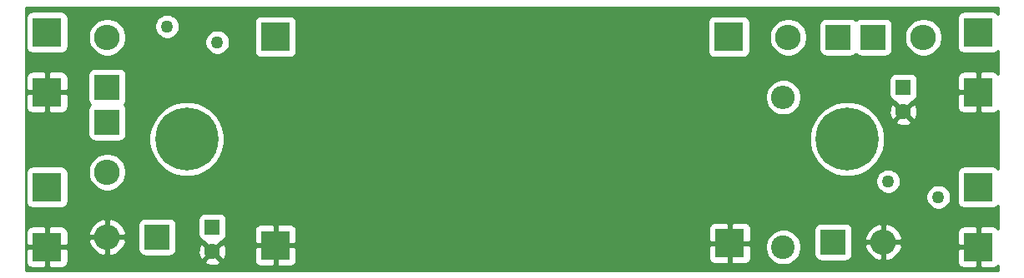
<source format=gbr>
%TF.GenerationSoftware,KiCad,Pcbnew,(5.1.10)-1*%
%TF.CreationDate,2021-05-10T23:52:44-03:00*%
%TF.ProjectId,MGA_02,4d47415f-3032-42e6-9b69-6361645f7063,rev?*%
%TF.SameCoordinates,Original*%
%TF.FileFunction,Copper,L2,Bot*%
%TF.FilePolarity,Positive*%
%FSLAX46Y46*%
G04 Gerber Fmt 4.6, Leading zero omitted, Abs format (unit mm)*
G04 Created by KiCad (PCBNEW (5.1.10)-1) date 2021-05-10 23:52:44*
%MOMM*%
%LPD*%
G01*
G04 APERTURE LIST*
%TA.AperFunction,ComponentPad*%
%ADD10C,0.800000*%
%TD*%
%TA.AperFunction,ComponentPad*%
%ADD11C,6.400000*%
%TD*%
%TA.AperFunction,ComponentPad*%
%ADD12C,1.270000*%
%TD*%
%TA.AperFunction,ComponentPad*%
%ADD13R,3.000000X3.000000*%
%TD*%
%TA.AperFunction,ComponentPad*%
%ADD14O,2.600000X2.600000*%
%TD*%
%TA.AperFunction,ComponentPad*%
%ADD15R,2.600000X2.600000*%
%TD*%
%TA.AperFunction,ComponentPad*%
%ADD16O,2.400000X2.400000*%
%TD*%
%TA.AperFunction,ComponentPad*%
%ADD17C,2.400000*%
%TD*%
%TA.AperFunction,ComponentPad*%
%ADD18C,1.600000*%
%TD*%
%TA.AperFunction,ComponentPad*%
%ADD19R,1.600000X1.600000*%
%TD*%
%TA.AperFunction,Conductor*%
%ADD20C,0.254000*%
%TD*%
%TA.AperFunction,Conductor*%
%ADD21C,0.100000*%
%TD*%
G04 APERTURE END LIST*
D10*
%TO.P,2,1*%
%TO.N,N/C*%
X135697056Y-113302944D03*
X134000000Y-112600000D03*
X132302944Y-113302944D03*
X131600000Y-115000000D03*
X132302944Y-116697056D03*
X134000000Y-117400000D03*
X135697056Y-116697056D03*
X136400000Y-115000000D03*
D11*
X134000000Y-115000000D03*
%TD*%
D10*
%TO.P,1,1*%
%TO.N,N/C*%
X68697056Y-113302944D03*
X67000000Y-112600000D03*
X65302944Y-113302944D03*
X64600000Y-115000000D03*
X65302944Y-116697056D03*
X67000000Y-117400000D03*
X68697056Y-116697056D03*
X69400000Y-115000000D03*
D11*
X67000000Y-115000000D03*
%TD*%
D12*
%TO.P,F2,1*%
%TO.N,Net-(F2-Pad1)*%
X143256000Y-120904000D03*
%TO.P,F2,2*%
%TO.N,Net-(D5-Pad2)*%
X138156000Y-119304000D03*
%TD*%
%TO.P,F1,1*%
%TO.N,Net-(C1-Pad1)*%
X70104000Y-105156000D03*
%TO.P,F1,2*%
%TO.N,Net-(D1-Pad1)*%
X65004000Y-103556000D03*
%TD*%
D13*
%TO.P,J8,1*%
%TO.N,Net-(F2-Pad1)*%
X147320000Y-119888000D03*
%TD*%
%TO.P,J7,1*%
%TO.N,GND*%
X147320000Y-125984000D03*
%TD*%
%TO.P,J6,1*%
%TO.N,GND*%
X147320000Y-110236000D03*
%TD*%
%TO.P,J5,1*%
%TO.N,Net-(D5-Pad2)*%
X147320000Y-104140000D03*
%TD*%
%TO.P,J4,1*%
%TO.N,GND*%
X52832000Y-125984000D03*
%TD*%
%TO.P,J3,1*%
%TO.N,Net-(D2-Pad2)*%
X52832000Y-119888000D03*
%TD*%
%TO.P,J2,1*%
%TO.N,GND*%
X52832000Y-110236000D03*
%TD*%
%TO.P,J1,1*%
%TO.N,Net-(D1-Pad2)*%
X52832000Y-104140000D03*
%TD*%
D14*
%TO.P,D6,2*%
%TO.N,GND*%
X137668000Y-125476000D03*
D15*
%TO.P,D6,1*%
%TO.N,Net-(D5-Pad2)*%
X132588000Y-125476000D03*
%TD*%
D14*
%TO.P,D5,2*%
%TO.N,Net-(D5-Pad2)*%
X141732000Y-104648000D03*
D15*
%TO.P,D5,1*%
%TO.N,Net-(C2-Pad1)*%
X136652000Y-104648000D03*
%TD*%
D14*
%TO.P,D4,2*%
%TO.N,Net-(D4-Pad2)*%
X128016000Y-104648000D03*
D15*
%TO.P,D4,1*%
%TO.N,Net-(C2-Pad1)*%
X133096000Y-104648000D03*
%TD*%
D14*
%TO.P,D3,2*%
%TO.N,GND*%
X58928000Y-124968000D03*
D15*
%TO.P,D3,1*%
%TO.N,Net-(C1-Pad1)*%
X64008000Y-124968000D03*
%TD*%
D14*
%TO.P,D2,2*%
%TO.N,Net-(D2-Pad2)*%
X58928000Y-118364000D03*
D15*
%TO.P,D2,1*%
%TO.N,Net-(D1-Pad1)*%
X58928000Y-113284000D03*
%TD*%
D14*
%TO.P,D1,2*%
%TO.N,Net-(D1-Pad2)*%
X58928000Y-104648000D03*
D15*
%TO.P,D1,1*%
%TO.N,Net-(D1-Pad1)*%
X58928000Y-109728000D03*
%TD*%
D16*
%TO.P,R1,2*%
%TO.N,Net-(C2-Pad1)*%
X127508000Y-110744000D03*
D17*
%TO.P,R1,1*%
%TO.N,Net-(D5-Pad2)*%
X127508000Y-125984000D03*
%TD*%
D18*
%TO.P,C2,2*%
%TO.N,GND*%
X139700000Y-112228000D03*
D19*
%TO.P,C2,1*%
%TO.N,Net-(C2-Pad1)*%
X139700000Y-109728000D03*
%TD*%
D18*
%TO.P,C1,2*%
%TO.N,GND*%
X69596000Y-126452000D03*
D19*
%TO.P,C1,1*%
%TO.N,Net-(C1-Pad1)*%
X69596000Y-123952000D03*
%TD*%
D13*
%TO.P,DC1,4*%
%TO.N,GND*%
X122100000Y-125600000D03*
%TO.P,DC1,3*%
%TO.N,Net-(D4-Pad2)*%
X122000000Y-104600000D03*
%TO.P,DC1,2*%
%TO.N,GND*%
X76000000Y-125800000D03*
%TO.P,DC1,1*%
%TO.N,Net-(C1-Pad1)*%
X76000000Y-104600000D03*
%TD*%
D20*
%TO.N,GND*%
X149340001Y-102272668D02*
X149271185Y-102188815D01*
X149174494Y-102109463D01*
X149064180Y-102050498D01*
X148944482Y-102014188D01*
X148820000Y-102001928D01*
X145820000Y-102001928D01*
X145695518Y-102014188D01*
X145575820Y-102050498D01*
X145465506Y-102109463D01*
X145368815Y-102188815D01*
X145289463Y-102285506D01*
X145230498Y-102395820D01*
X145194188Y-102515518D01*
X145181928Y-102640000D01*
X145181928Y-105640000D01*
X145194188Y-105764482D01*
X145230498Y-105884180D01*
X145289463Y-105994494D01*
X145368815Y-106091185D01*
X145465506Y-106170537D01*
X145575820Y-106229502D01*
X145695518Y-106265812D01*
X145820000Y-106278072D01*
X148820000Y-106278072D01*
X148944482Y-106265812D01*
X149064180Y-106229502D01*
X149174494Y-106170537D01*
X149271185Y-106091185D01*
X149340001Y-106007332D01*
X149340001Y-108368667D01*
X149271185Y-108284815D01*
X149174494Y-108205463D01*
X149064180Y-108146498D01*
X148944482Y-108110188D01*
X148820000Y-108097928D01*
X147605750Y-108101000D01*
X147447000Y-108259750D01*
X147447000Y-110109000D01*
X147467000Y-110109000D01*
X147467000Y-110363000D01*
X147447000Y-110363000D01*
X147447000Y-112212250D01*
X147605750Y-112371000D01*
X148820000Y-112374072D01*
X148944482Y-112361812D01*
X149064180Y-112325502D01*
X149174494Y-112266537D01*
X149271185Y-112187185D01*
X149340001Y-112103333D01*
X149340000Y-118020667D01*
X149271185Y-117936815D01*
X149174494Y-117857463D01*
X149064180Y-117798498D01*
X148944482Y-117762188D01*
X148820000Y-117749928D01*
X145820000Y-117749928D01*
X145695518Y-117762188D01*
X145575820Y-117798498D01*
X145465506Y-117857463D01*
X145368815Y-117936815D01*
X145289463Y-118033506D01*
X145230498Y-118143820D01*
X145194188Y-118263518D01*
X145181928Y-118388000D01*
X145181928Y-121388000D01*
X145194188Y-121512482D01*
X145230498Y-121632180D01*
X145289463Y-121742494D01*
X145368815Y-121839185D01*
X145465506Y-121918537D01*
X145575820Y-121977502D01*
X145695518Y-122013812D01*
X145820000Y-122026072D01*
X148820000Y-122026072D01*
X148944482Y-122013812D01*
X149064180Y-121977502D01*
X149174494Y-121918537D01*
X149271185Y-121839185D01*
X149340000Y-121755333D01*
X149340000Y-124116667D01*
X149271185Y-124032815D01*
X149174494Y-123953463D01*
X149064180Y-123894498D01*
X148944482Y-123858188D01*
X148820000Y-123845928D01*
X147605750Y-123849000D01*
X147447000Y-124007750D01*
X147447000Y-125857000D01*
X147467000Y-125857000D01*
X147467000Y-126111000D01*
X147447000Y-126111000D01*
X147447000Y-127960250D01*
X147605750Y-128119000D01*
X148820000Y-128122072D01*
X148944482Y-128109812D01*
X149064180Y-128073502D01*
X149174494Y-128014537D01*
X149271185Y-127935185D01*
X149340000Y-127851333D01*
X149340000Y-128340000D01*
X50660000Y-128340000D01*
X50660000Y-127484000D01*
X50693928Y-127484000D01*
X50706188Y-127608482D01*
X50742498Y-127728180D01*
X50801463Y-127838494D01*
X50880815Y-127935185D01*
X50977506Y-128014537D01*
X51087820Y-128073502D01*
X51207518Y-128109812D01*
X51332000Y-128122072D01*
X52546250Y-128119000D01*
X52705000Y-127960250D01*
X52705000Y-126111000D01*
X52959000Y-126111000D01*
X52959000Y-127960250D01*
X53117750Y-128119000D01*
X54332000Y-128122072D01*
X54456482Y-128109812D01*
X54576180Y-128073502D01*
X54686494Y-128014537D01*
X54783185Y-127935185D01*
X54862537Y-127838494D01*
X54921502Y-127728180D01*
X54957812Y-127608482D01*
X54970072Y-127484000D01*
X54969973Y-127444702D01*
X68782903Y-127444702D01*
X68854486Y-127688671D01*
X69109996Y-127809571D01*
X69384184Y-127878300D01*
X69666512Y-127892217D01*
X69946130Y-127850787D01*
X70212292Y-127755603D01*
X70337514Y-127688671D01*
X70409097Y-127444702D01*
X70264395Y-127300000D01*
X73861928Y-127300000D01*
X73874188Y-127424482D01*
X73910498Y-127544180D01*
X73969463Y-127654494D01*
X74048815Y-127751185D01*
X74145506Y-127830537D01*
X74255820Y-127889502D01*
X74375518Y-127925812D01*
X74500000Y-127938072D01*
X75714250Y-127935000D01*
X75873000Y-127776250D01*
X75873000Y-125927000D01*
X76127000Y-125927000D01*
X76127000Y-127776250D01*
X76285750Y-127935000D01*
X77500000Y-127938072D01*
X77624482Y-127925812D01*
X77744180Y-127889502D01*
X77854494Y-127830537D01*
X77951185Y-127751185D01*
X78030537Y-127654494D01*
X78089502Y-127544180D01*
X78125812Y-127424482D01*
X78138072Y-127300000D01*
X78137567Y-127100000D01*
X119961928Y-127100000D01*
X119974188Y-127224482D01*
X120010498Y-127344180D01*
X120069463Y-127454494D01*
X120148815Y-127551185D01*
X120245506Y-127630537D01*
X120355820Y-127689502D01*
X120475518Y-127725812D01*
X120600000Y-127738072D01*
X121814250Y-127735000D01*
X121973000Y-127576250D01*
X121973000Y-125727000D01*
X122227000Y-125727000D01*
X122227000Y-127576250D01*
X122385750Y-127735000D01*
X123600000Y-127738072D01*
X123724482Y-127725812D01*
X123844180Y-127689502D01*
X123954494Y-127630537D01*
X124051185Y-127551185D01*
X124130537Y-127454494D01*
X124189502Y-127344180D01*
X124225812Y-127224482D01*
X124238072Y-127100000D01*
X124235000Y-125885750D01*
X124152518Y-125803268D01*
X125673000Y-125803268D01*
X125673000Y-126164732D01*
X125743518Y-126519250D01*
X125881844Y-126853199D01*
X126082662Y-127153744D01*
X126338256Y-127409338D01*
X126638801Y-127610156D01*
X126972750Y-127748482D01*
X127327268Y-127819000D01*
X127688732Y-127819000D01*
X128043250Y-127748482D01*
X128377199Y-127610156D01*
X128566004Y-127484000D01*
X145181928Y-127484000D01*
X145194188Y-127608482D01*
X145230498Y-127728180D01*
X145289463Y-127838494D01*
X145368815Y-127935185D01*
X145465506Y-128014537D01*
X145575820Y-128073502D01*
X145695518Y-128109812D01*
X145820000Y-128122072D01*
X147034250Y-128119000D01*
X147193000Y-127960250D01*
X147193000Y-126111000D01*
X145343750Y-126111000D01*
X145185000Y-126269750D01*
X145181928Y-127484000D01*
X128566004Y-127484000D01*
X128677744Y-127409338D01*
X128933338Y-127153744D01*
X129134156Y-126853199D01*
X129272482Y-126519250D01*
X129343000Y-126164732D01*
X129343000Y-125803268D01*
X129272482Y-125448750D01*
X129134156Y-125114801D01*
X128933338Y-124814256D01*
X128677744Y-124558662D01*
X128377199Y-124357844D01*
X128043250Y-124219518D01*
X127824471Y-124176000D01*
X130649928Y-124176000D01*
X130649928Y-126776000D01*
X130662188Y-126900482D01*
X130698498Y-127020180D01*
X130757463Y-127130494D01*
X130836815Y-127227185D01*
X130933506Y-127306537D01*
X131043820Y-127365502D01*
X131163518Y-127401812D01*
X131288000Y-127414072D01*
X133888000Y-127414072D01*
X134012482Y-127401812D01*
X134132180Y-127365502D01*
X134242494Y-127306537D01*
X134339185Y-127227185D01*
X134418537Y-127130494D01*
X134477502Y-127020180D01*
X134513812Y-126900482D01*
X134526072Y-126776000D01*
X134526072Y-125903484D01*
X135780811Y-125903484D01*
X135861358Y-126169028D01*
X136031275Y-126508170D01*
X136264091Y-126807646D01*
X136550858Y-127055948D01*
X136880556Y-127243533D01*
X137240515Y-127363193D01*
X137541000Y-127248082D01*
X137541000Y-125603000D01*
X137795000Y-125603000D01*
X137795000Y-127248082D01*
X138095485Y-127363193D01*
X138455444Y-127243533D01*
X138785142Y-127055948D01*
X139071909Y-126807646D01*
X139304725Y-126508170D01*
X139474642Y-126169028D01*
X139555189Y-125903484D01*
X139439704Y-125603000D01*
X137795000Y-125603000D01*
X137541000Y-125603000D01*
X135896296Y-125603000D01*
X135780811Y-125903484D01*
X134526072Y-125903484D01*
X134526072Y-125048516D01*
X135780811Y-125048516D01*
X135896296Y-125349000D01*
X137541000Y-125349000D01*
X137541000Y-123703918D01*
X137795000Y-123703918D01*
X137795000Y-125349000D01*
X139439704Y-125349000D01*
X139555189Y-125048516D01*
X139474642Y-124782972D01*
X139324851Y-124484000D01*
X145181928Y-124484000D01*
X145185000Y-125698250D01*
X145343750Y-125857000D01*
X147193000Y-125857000D01*
X147193000Y-124007750D01*
X147034250Y-123849000D01*
X145820000Y-123845928D01*
X145695518Y-123858188D01*
X145575820Y-123894498D01*
X145465506Y-123953463D01*
X145368815Y-124032815D01*
X145289463Y-124129506D01*
X145230498Y-124239820D01*
X145194188Y-124359518D01*
X145181928Y-124484000D01*
X139324851Y-124484000D01*
X139304725Y-124443830D01*
X139071909Y-124144354D01*
X138785142Y-123896052D01*
X138455444Y-123708467D01*
X138095485Y-123588807D01*
X137795000Y-123703918D01*
X137541000Y-123703918D01*
X137240515Y-123588807D01*
X136880556Y-123708467D01*
X136550858Y-123896052D01*
X136264091Y-124144354D01*
X136031275Y-124443830D01*
X135861358Y-124782972D01*
X135780811Y-125048516D01*
X134526072Y-125048516D01*
X134526072Y-124176000D01*
X134513812Y-124051518D01*
X134477502Y-123931820D01*
X134418537Y-123821506D01*
X134339185Y-123724815D01*
X134242494Y-123645463D01*
X134132180Y-123586498D01*
X134012482Y-123550188D01*
X133888000Y-123537928D01*
X131288000Y-123537928D01*
X131163518Y-123550188D01*
X131043820Y-123586498D01*
X130933506Y-123645463D01*
X130836815Y-123724815D01*
X130757463Y-123821506D01*
X130698498Y-123931820D01*
X130662188Y-124051518D01*
X130649928Y-124176000D01*
X127824471Y-124176000D01*
X127688732Y-124149000D01*
X127327268Y-124149000D01*
X126972750Y-124219518D01*
X126638801Y-124357844D01*
X126338256Y-124558662D01*
X126082662Y-124814256D01*
X125881844Y-125114801D01*
X125743518Y-125448750D01*
X125673000Y-125803268D01*
X124152518Y-125803268D01*
X124076250Y-125727000D01*
X122227000Y-125727000D01*
X121973000Y-125727000D01*
X120123750Y-125727000D01*
X119965000Y-125885750D01*
X119961928Y-127100000D01*
X78137567Y-127100000D01*
X78135000Y-126085750D01*
X77976250Y-125927000D01*
X76127000Y-125927000D01*
X75873000Y-125927000D01*
X74023750Y-125927000D01*
X73865000Y-126085750D01*
X73861928Y-127300000D01*
X70264395Y-127300000D01*
X69596000Y-126631605D01*
X68782903Y-127444702D01*
X54969973Y-127444702D01*
X54967000Y-126269750D01*
X54808250Y-126111000D01*
X52959000Y-126111000D01*
X52705000Y-126111000D01*
X50855750Y-126111000D01*
X50697000Y-126269750D01*
X50693928Y-127484000D01*
X50660000Y-127484000D01*
X50660000Y-124484000D01*
X50693928Y-124484000D01*
X50697000Y-125698250D01*
X50855750Y-125857000D01*
X52705000Y-125857000D01*
X52705000Y-124007750D01*
X52959000Y-124007750D01*
X52959000Y-125857000D01*
X54808250Y-125857000D01*
X54967000Y-125698250D01*
X54967765Y-125395484D01*
X57040811Y-125395484D01*
X57121358Y-125661028D01*
X57291275Y-126000170D01*
X57524091Y-126299646D01*
X57810858Y-126547948D01*
X58140556Y-126735533D01*
X58500515Y-126855193D01*
X58801000Y-126740082D01*
X58801000Y-125095000D01*
X59055000Y-125095000D01*
X59055000Y-126740082D01*
X59355485Y-126855193D01*
X59715444Y-126735533D01*
X60045142Y-126547948D01*
X60331909Y-126299646D01*
X60564725Y-126000170D01*
X60734642Y-125661028D01*
X60815189Y-125395484D01*
X60699704Y-125095000D01*
X59055000Y-125095000D01*
X58801000Y-125095000D01*
X57156296Y-125095000D01*
X57040811Y-125395484D01*
X54967765Y-125395484D01*
X54969928Y-124540516D01*
X57040811Y-124540516D01*
X57156296Y-124841000D01*
X58801000Y-124841000D01*
X58801000Y-123195918D01*
X59055000Y-123195918D01*
X59055000Y-124841000D01*
X60699704Y-124841000D01*
X60815189Y-124540516D01*
X60734642Y-124274972D01*
X60564725Y-123935830D01*
X60356511Y-123668000D01*
X62069928Y-123668000D01*
X62069928Y-126268000D01*
X62082188Y-126392482D01*
X62118498Y-126512180D01*
X62177463Y-126622494D01*
X62256815Y-126719185D01*
X62353506Y-126798537D01*
X62463820Y-126857502D01*
X62583518Y-126893812D01*
X62708000Y-126906072D01*
X65308000Y-126906072D01*
X65432482Y-126893812D01*
X65552180Y-126857502D01*
X65662494Y-126798537D01*
X65759185Y-126719185D01*
X65838537Y-126622494D01*
X65891979Y-126522512D01*
X68155783Y-126522512D01*
X68197213Y-126802130D01*
X68292397Y-127068292D01*
X68359329Y-127193514D01*
X68603298Y-127265097D01*
X69416395Y-126452000D01*
X69775605Y-126452000D01*
X70588702Y-127265097D01*
X70832671Y-127193514D01*
X70953571Y-126938004D01*
X71022300Y-126663816D01*
X71036217Y-126381488D01*
X70994787Y-126101870D01*
X70899603Y-125835708D01*
X70832671Y-125710486D01*
X70588702Y-125638903D01*
X69775605Y-126452000D01*
X69416395Y-126452000D01*
X68603298Y-125638903D01*
X68359329Y-125710486D01*
X68238429Y-125965996D01*
X68169700Y-126240184D01*
X68155783Y-126522512D01*
X65891979Y-126522512D01*
X65897502Y-126512180D01*
X65933812Y-126392482D01*
X65946072Y-126268000D01*
X65946072Y-123668000D01*
X65933812Y-123543518D01*
X65897502Y-123423820D01*
X65838537Y-123313506D01*
X65759185Y-123216815D01*
X65680208Y-123152000D01*
X68157928Y-123152000D01*
X68157928Y-124752000D01*
X68170188Y-124876482D01*
X68206498Y-124996180D01*
X68265463Y-125106494D01*
X68344815Y-125203185D01*
X68441506Y-125282537D01*
X68551820Y-125341502D01*
X68671518Y-125377812D01*
X68796000Y-125390072D01*
X68803215Y-125390072D01*
X68782903Y-125459298D01*
X69596000Y-126272395D01*
X70409097Y-125459298D01*
X70388785Y-125390072D01*
X70396000Y-125390072D01*
X70520482Y-125377812D01*
X70640180Y-125341502D01*
X70750494Y-125282537D01*
X70847185Y-125203185D01*
X70926537Y-125106494D01*
X70985502Y-124996180D01*
X71021812Y-124876482D01*
X71034072Y-124752000D01*
X71034072Y-124300000D01*
X73861928Y-124300000D01*
X73865000Y-125514250D01*
X74023750Y-125673000D01*
X75873000Y-125673000D01*
X75873000Y-123823750D01*
X76127000Y-123823750D01*
X76127000Y-125673000D01*
X77976250Y-125673000D01*
X78135000Y-125514250D01*
X78138072Y-124300000D01*
X78125812Y-124175518D01*
X78102904Y-124100000D01*
X119961928Y-124100000D01*
X119965000Y-125314250D01*
X120123750Y-125473000D01*
X121973000Y-125473000D01*
X121973000Y-123623750D01*
X122227000Y-123623750D01*
X122227000Y-125473000D01*
X124076250Y-125473000D01*
X124235000Y-125314250D01*
X124238072Y-124100000D01*
X124225812Y-123975518D01*
X124189502Y-123855820D01*
X124130537Y-123745506D01*
X124051185Y-123648815D01*
X123954494Y-123569463D01*
X123844180Y-123510498D01*
X123724482Y-123474188D01*
X123600000Y-123461928D01*
X122385750Y-123465000D01*
X122227000Y-123623750D01*
X121973000Y-123623750D01*
X121814250Y-123465000D01*
X120600000Y-123461928D01*
X120475518Y-123474188D01*
X120355820Y-123510498D01*
X120245506Y-123569463D01*
X120148815Y-123648815D01*
X120069463Y-123745506D01*
X120010498Y-123855820D01*
X119974188Y-123975518D01*
X119961928Y-124100000D01*
X78102904Y-124100000D01*
X78089502Y-124055820D01*
X78030537Y-123945506D01*
X77951185Y-123848815D01*
X77854494Y-123769463D01*
X77744180Y-123710498D01*
X77624482Y-123674188D01*
X77500000Y-123661928D01*
X76285750Y-123665000D01*
X76127000Y-123823750D01*
X75873000Y-123823750D01*
X75714250Y-123665000D01*
X74500000Y-123661928D01*
X74375518Y-123674188D01*
X74255820Y-123710498D01*
X74145506Y-123769463D01*
X74048815Y-123848815D01*
X73969463Y-123945506D01*
X73910498Y-124055820D01*
X73874188Y-124175518D01*
X73861928Y-124300000D01*
X71034072Y-124300000D01*
X71034072Y-123152000D01*
X71021812Y-123027518D01*
X70985502Y-122907820D01*
X70926537Y-122797506D01*
X70847185Y-122700815D01*
X70750494Y-122621463D01*
X70640180Y-122562498D01*
X70520482Y-122526188D01*
X70396000Y-122513928D01*
X68796000Y-122513928D01*
X68671518Y-122526188D01*
X68551820Y-122562498D01*
X68441506Y-122621463D01*
X68344815Y-122700815D01*
X68265463Y-122797506D01*
X68206498Y-122907820D01*
X68170188Y-123027518D01*
X68157928Y-123152000D01*
X65680208Y-123152000D01*
X65662494Y-123137463D01*
X65552180Y-123078498D01*
X65432482Y-123042188D01*
X65308000Y-123029928D01*
X62708000Y-123029928D01*
X62583518Y-123042188D01*
X62463820Y-123078498D01*
X62353506Y-123137463D01*
X62256815Y-123216815D01*
X62177463Y-123313506D01*
X62118498Y-123423820D01*
X62082188Y-123543518D01*
X62069928Y-123668000D01*
X60356511Y-123668000D01*
X60331909Y-123636354D01*
X60045142Y-123388052D01*
X59715444Y-123200467D01*
X59355485Y-123080807D01*
X59055000Y-123195918D01*
X58801000Y-123195918D01*
X58500515Y-123080807D01*
X58140556Y-123200467D01*
X57810858Y-123388052D01*
X57524091Y-123636354D01*
X57291275Y-123935830D01*
X57121358Y-124274972D01*
X57040811Y-124540516D01*
X54969928Y-124540516D01*
X54970072Y-124484000D01*
X54957812Y-124359518D01*
X54921502Y-124239820D01*
X54862537Y-124129506D01*
X54783185Y-124032815D01*
X54686494Y-123953463D01*
X54576180Y-123894498D01*
X54456482Y-123858188D01*
X54332000Y-123845928D01*
X53117750Y-123849000D01*
X52959000Y-124007750D01*
X52705000Y-124007750D01*
X52546250Y-123849000D01*
X51332000Y-123845928D01*
X51207518Y-123858188D01*
X51087820Y-123894498D01*
X50977506Y-123953463D01*
X50880815Y-124032815D01*
X50801463Y-124129506D01*
X50742498Y-124239820D01*
X50706188Y-124359518D01*
X50693928Y-124484000D01*
X50660000Y-124484000D01*
X50660000Y-118388000D01*
X50693928Y-118388000D01*
X50693928Y-121388000D01*
X50706188Y-121512482D01*
X50742498Y-121632180D01*
X50801463Y-121742494D01*
X50880815Y-121839185D01*
X50977506Y-121918537D01*
X51087820Y-121977502D01*
X51207518Y-122013812D01*
X51332000Y-122026072D01*
X54332000Y-122026072D01*
X54456482Y-122013812D01*
X54576180Y-121977502D01*
X54686494Y-121918537D01*
X54783185Y-121839185D01*
X54862537Y-121742494D01*
X54921502Y-121632180D01*
X54957812Y-121512482D01*
X54970072Y-121388000D01*
X54970072Y-120778916D01*
X141986000Y-120778916D01*
X141986000Y-121029084D01*
X142034805Y-121274445D01*
X142130541Y-121505571D01*
X142269527Y-121713578D01*
X142446422Y-121890473D01*
X142654429Y-122029459D01*
X142885555Y-122125195D01*
X143130916Y-122174000D01*
X143381084Y-122174000D01*
X143626445Y-122125195D01*
X143857571Y-122029459D01*
X144065578Y-121890473D01*
X144242473Y-121713578D01*
X144381459Y-121505571D01*
X144477195Y-121274445D01*
X144526000Y-121029084D01*
X144526000Y-120778916D01*
X144477195Y-120533555D01*
X144381459Y-120302429D01*
X144242473Y-120094422D01*
X144065578Y-119917527D01*
X143857571Y-119778541D01*
X143626445Y-119682805D01*
X143381084Y-119634000D01*
X143130916Y-119634000D01*
X142885555Y-119682805D01*
X142654429Y-119778541D01*
X142446422Y-119917527D01*
X142269527Y-120094422D01*
X142130541Y-120302429D01*
X142034805Y-120533555D01*
X141986000Y-120778916D01*
X54970072Y-120778916D01*
X54970072Y-118388000D01*
X54957812Y-118263518D01*
X54930481Y-118173419D01*
X56993000Y-118173419D01*
X56993000Y-118554581D01*
X57067361Y-118928419D01*
X57213225Y-119280566D01*
X57424987Y-119597491D01*
X57694509Y-119867013D01*
X58011434Y-120078775D01*
X58363581Y-120224639D01*
X58737419Y-120299000D01*
X59118581Y-120299000D01*
X59492419Y-120224639D01*
X59844566Y-120078775D01*
X60161491Y-119867013D01*
X60431013Y-119597491D01*
X60642775Y-119280566D01*
X60684879Y-119178916D01*
X136886000Y-119178916D01*
X136886000Y-119429084D01*
X136934805Y-119674445D01*
X137030541Y-119905571D01*
X137169527Y-120113578D01*
X137346422Y-120290473D01*
X137554429Y-120429459D01*
X137785555Y-120525195D01*
X138030916Y-120574000D01*
X138281084Y-120574000D01*
X138526445Y-120525195D01*
X138757571Y-120429459D01*
X138965578Y-120290473D01*
X139142473Y-120113578D01*
X139281459Y-119905571D01*
X139377195Y-119674445D01*
X139426000Y-119429084D01*
X139426000Y-119178916D01*
X139377195Y-118933555D01*
X139281459Y-118702429D01*
X139142473Y-118494422D01*
X138965578Y-118317527D01*
X138757571Y-118178541D01*
X138526445Y-118082805D01*
X138281084Y-118034000D01*
X138030916Y-118034000D01*
X137785555Y-118082805D01*
X137554429Y-118178541D01*
X137346422Y-118317527D01*
X137169527Y-118494422D01*
X137030541Y-118702429D01*
X136934805Y-118933555D01*
X136886000Y-119178916D01*
X60684879Y-119178916D01*
X60788639Y-118928419D01*
X60863000Y-118554581D01*
X60863000Y-118173419D01*
X60788639Y-117799581D01*
X60642775Y-117447434D01*
X60431013Y-117130509D01*
X60161491Y-116860987D01*
X59844566Y-116649225D01*
X59492419Y-116503361D01*
X59118581Y-116429000D01*
X58737419Y-116429000D01*
X58363581Y-116503361D01*
X58011434Y-116649225D01*
X57694509Y-116860987D01*
X57424987Y-117130509D01*
X57213225Y-117447434D01*
X57067361Y-117799581D01*
X56993000Y-118173419D01*
X54930481Y-118173419D01*
X54921502Y-118143820D01*
X54862537Y-118033506D01*
X54783185Y-117936815D01*
X54686494Y-117857463D01*
X54576180Y-117798498D01*
X54456482Y-117762188D01*
X54332000Y-117749928D01*
X51332000Y-117749928D01*
X51207518Y-117762188D01*
X51087820Y-117798498D01*
X50977506Y-117857463D01*
X50880815Y-117936815D01*
X50801463Y-118033506D01*
X50742498Y-118143820D01*
X50706188Y-118263518D01*
X50693928Y-118388000D01*
X50660000Y-118388000D01*
X50660000Y-111736000D01*
X50693928Y-111736000D01*
X50706188Y-111860482D01*
X50742498Y-111980180D01*
X50801463Y-112090494D01*
X50880815Y-112187185D01*
X50977506Y-112266537D01*
X51087820Y-112325502D01*
X51207518Y-112361812D01*
X51332000Y-112374072D01*
X52546250Y-112371000D01*
X52705000Y-112212250D01*
X52705000Y-110363000D01*
X52959000Y-110363000D01*
X52959000Y-112212250D01*
X53117750Y-112371000D01*
X54332000Y-112374072D01*
X54456482Y-112361812D01*
X54576180Y-112325502D01*
X54686494Y-112266537D01*
X54783185Y-112187185D01*
X54862537Y-112090494D01*
X54921502Y-111980180D01*
X54957812Y-111860482D01*
X54970072Y-111736000D01*
X54967000Y-110521750D01*
X54808250Y-110363000D01*
X52959000Y-110363000D01*
X52705000Y-110363000D01*
X50855750Y-110363000D01*
X50697000Y-110521750D01*
X50693928Y-111736000D01*
X50660000Y-111736000D01*
X50660000Y-108736000D01*
X50693928Y-108736000D01*
X50697000Y-109950250D01*
X50855750Y-110109000D01*
X52705000Y-110109000D01*
X52705000Y-108259750D01*
X52959000Y-108259750D01*
X52959000Y-110109000D01*
X54808250Y-110109000D01*
X54967000Y-109950250D01*
X54970072Y-108736000D01*
X54957812Y-108611518D01*
X54921502Y-108491820D01*
X54887389Y-108428000D01*
X56989928Y-108428000D01*
X56989928Y-111028000D01*
X57002188Y-111152482D01*
X57038498Y-111272180D01*
X57097463Y-111382494D01*
X57176815Y-111479185D01*
X57209489Y-111506000D01*
X57176815Y-111532815D01*
X57097463Y-111629506D01*
X57038498Y-111739820D01*
X57002188Y-111859518D01*
X56989928Y-111984000D01*
X56989928Y-114584000D01*
X57002188Y-114708482D01*
X57038498Y-114828180D01*
X57097463Y-114938494D01*
X57176815Y-115035185D01*
X57273506Y-115114537D01*
X57383820Y-115173502D01*
X57503518Y-115209812D01*
X57628000Y-115222072D01*
X60228000Y-115222072D01*
X60352482Y-115209812D01*
X60472180Y-115173502D01*
X60582494Y-115114537D01*
X60679185Y-115035185D01*
X60758537Y-114938494D01*
X60817502Y-114828180D01*
X60853812Y-114708482D01*
X60862301Y-114622285D01*
X63165000Y-114622285D01*
X63165000Y-115377715D01*
X63312377Y-116118628D01*
X63601467Y-116816554D01*
X64021161Y-117444670D01*
X64555330Y-117978839D01*
X65183446Y-118398533D01*
X65881372Y-118687623D01*
X66622285Y-118835000D01*
X67377715Y-118835000D01*
X68118628Y-118687623D01*
X68816554Y-118398533D01*
X69444670Y-117978839D01*
X69978839Y-117444670D01*
X70398533Y-116816554D01*
X70687623Y-116118628D01*
X70835000Y-115377715D01*
X70835000Y-114622285D01*
X130165000Y-114622285D01*
X130165000Y-115377715D01*
X130312377Y-116118628D01*
X130601467Y-116816554D01*
X131021161Y-117444670D01*
X131555330Y-117978839D01*
X132183446Y-118398533D01*
X132881372Y-118687623D01*
X133622285Y-118835000D01*
X134377715Y-118835000D01*
X135118628Y-118687623D01*
X135816554Y-118398533D01*
X136444670Y-117978839D01*
X136978839Y-117444670D01*
X137398533Y-116816554D01*
X137687623Y-116118628D01*
X137835000Y-115377715D01*
X137835000Y-114622285D01*
X137687623Y-113881372D01*
X137413965Y-113220702D01*
X138886903Y-113220702D01*
X138958486Y-113464671D01*
X139213996Y-113585571D01*
X139488184Y-113654300D01*
X139770512Y-113668217D01*
X140050130Y-113626787D01*
X140316292Y-113531603D01*
X140441514Y-113464671D01*
X140513097Y-113220702D01*
X139700000Y-112407605D01*
X138886903Y-113220702D01*
X137413965Y-113220702D01*
X137398533Y-113183446D01*
X136978839Y-112555330D01*
X136722021Y-112298512D01*
X138259783Y-112298512D01*
X138301213Y-112578130D01*
X138396397Y-112844292D01*
X138463329Y-112969514D01*
X138707298Y-113041097D01*
X139520395Y-112228000D01*
X139879605Y-112228000D01*
X140692702Y-113041097D01*
X140936671Y-112969514D01*
X141057571Y-112714004D01*
X141126300Y-112439816D01*
X141140217Y-112157488D01*
X141098787Y-111877870D01*
X141048052Y-111736000D01*
X145181928Y-111736000D01*
X145194188Y-111860482D01*
X145230498Y-111980180D01*
X145289463Y-112090494D01*
X145368815Y-112187185D01*
X145465506Y-112266537D01*
X145575820Y-112325502D01*
X145695518Y-112361812D01*
X145820000Y-112374072D01*
X147034250Y-112371000D01*
X147193000Y-112212250D01*
X147193000Y-110363000D01*
X145343750Y-110363000D01*
X145185000Y-110521750D01*
X145181928Y-111736000D01*
X141048052Y-111736000D01*
X141003603Y-111611708D01*
X140936671Y-111486486D01*
X140692702Y-111414903D01*
X139879605Y-112228000D01*
X139520395Y-112228000D01*
X138707298Y-111414903D01*
X138463329Y-111486486D01*
X138342429Y-111741996D01*
X138273700Y-112016184D01*
X138259783Y-112298512D01*
X136722021Y-112298512D01*
X136444670Y-112021161D01*
X135816554Y-111601467D01*
X135118628Y-111312377D01*
X134377715Y-111165000D01*
X133622285Y-111165000D01*
X132881372Y-111312377D01*
X132183446Y-111601467D01*
X131555330Y-112021161D01*
X131021161Y-112555330D01*
X130601467Y-113183446D01*
X130312377Y-113881372D01*
X130165000Y-114622285D01*
X70835000Y-114622285D01*
X70687623Y-113881372D01*
X70398533Y-113183446D01*
X69978839Y-112555330D01*
X69444670Y-112021161D01*
X68816554Y-111601467D01*
X68118628Y-111312377D01*
X67377715Y-111165000D01*
X66622285Y-111165000D01*
X65881372Y-111312377D01*
X65183446Y-111601467D01*
X64555330Y-112021161D01*
X64021161Y-112555330D01*
X63601467Y-113183446D01*
X63312377Y-113881372D01*
X63165000Y-114622285D01*
X60862301Y-114622285D01*
X60866072Y-114584000D01*
X60866072Y-111984000D01*
X60853812Y-111859518D01*
X60817502Y-111739820D01*
X60758537Y-111629506D01*
X60679185Y-111532815D01*
X60646511Y-111506000D01*
X60679185Y-111479185D01*
X60758537Y-111382494D01*
X60817502Y-111272180D01*
X60853812Y-111152482D01*
X60866072Y-111028000D01*
X60866072Y-110563268D01*
X125673000Y-110563268D01*
X125673000Y-110924732D01*
X125743518Y-111279250D01*
X125881844Y-111613199D01*
X126082662Y-111913744D01*
X126338256Y-112169338D01*
X126638801Y-112370156D01*
X126972750Y-112508482D01*
X127327268Y-112579000D01*
X127688732Y-112579000D01*
X128043250Y-112508482D01*
X128377199Y-112370156D01*
X128677744Y-112169338D01*
X128933338Y-111913744D01*
X129134156Y-111613199D01*
X129272482Y-111279250D01*
X129343000Y-110924732D01*
X129343000Y-110563268D01*
X129272482Y-110208750D01*
X129134156Y-109874801D01*
X128933338Y-109574256D01*
X128677744Y-109318662D01*
X128377199Y-109117844D01*
X128043250Y-108979518D01*
X127784252Y-108928000D01*
X138261928Y-108928000D01*
X138261928Y-110528000D01*
X138274188Y-110652482D01*
X138310498Y-110772180D01*
X138369463Y-110882494D01*
X138448815Y-110979185D01*
X138545506Y-111058537D01*
X138655820Y-111117502D01*
X138775518Y-111153812D01*
X138900000Y-111166072D01*
X138907215Y-111166072D01*
X138886903Y-111235298D01*
X139700000Y-112048395D01*
X140513097Y-111235298D01*
X140492785Y-111166072D01*
X140500000Y-111166072D01*
X140624482Y-111153812D01*
X140744180Y-111117502D01*
X140854494Y-111058537D01*
X140951185Y-110979185D01*
X141030537Y-110882494D01*
X141089502Y-110772180D01*
X141125812Y-110652482D01*
X141138072Y-110528000D01*
X141138072Y-108928000D01*
X141125812Y-108803518D01*
X141105331Y-108736000D01*
X145181928Y-108736000D01*
X145185000Y-109950250D01*
X145343750Y-110109000D01*
X147193000Y-110109000D01*
X147193000Y-108259750D01*
X147034250Y-108101000D01*
X145820000Y-108097928D01*
X145695518Y-108110188D01*
X145575820Y-108146498D01*
X145465506Y-108205463D01*
X145368815Y-108284815D01*
X145289463Y-108381506D01*
X145230498Y-108491820D01*
X145194188Y-108611518D01*
X145181928Y-108736000D01*
X141105331Y-108736000D01*
X141089502Y-108683820D01*
X141030537Y-108573506D01*
X140951185Y-108476815D01*
X140854494Y-108397463D01*
X140744180Y-108338498D01*
X140624482Y-108302188D01*
X140500000Y-108289928D01*
X138900000Y-108289928D01*
X138775518Y-108302188D01*
X138655820Y-108338498D01*
X138545506Y-108397463D01*
X138448815Y-108476815D01*
X138369463Y-108573506D01*
X138310498Y-108683820D01*
X138274188Y-108803518D01*
X138261928Y-108928000D01*
X127784252Y-108928000D01*
X127688732Y-108909000D01*
X127327268Y-108909000D01*
X126972750Y-108979518D01*
X126638801Y-109117844D01*
X126338256Y-109318662D01*
X126082662Y-109574256D01*
X125881844Y-109874801D01*
X125743518Y-110208750D01*
X125673000Y-110563268D01*
X60866072Y-110563268D01*
X60866072Y-108428000D01*
X60853812Y-108303518D01*
X60817502Y-108183820D01*
X60758537Y-108073506D01*
X60679185Y-107976815D01*
X60582494Y-107897463D01*
X60472180Y-107838498D01*
X60352482Y-107802188D01*
X60228000Y-107789928D01*
X57628000Y-107789928D01*
X57503518Y-107802188D01*
X57383820Y-107838498D01*
X57273506Y-107897463D01*
X57176815Y-107976815D01*
X57097463Y-108073506D01*
X57038498Y-108183820D01*
X57002188Y-108303518D01*
X56989928Y-108428000D01*
X54887389Y-108428000D01*
X54862537Y-108381506D01*
X54783185Y-108284815D01*
X54686494Y-108205463D01*
X54576180Y-108146498D01*
X54456482Y-108110188D01*
X54332000Y-108097928D01*
X53117750Y-108101000D01*
X52959000Y-108259750D01*
X52705000Y-108259750D01*
X52546250Y-108101000D01*
X51332000Y-108097928D01*
X51207518Y-108110188D01*
X51087820Y-108146498D01*
X50977506Y-108205463D01*
X50880815Y-108284815D01*
X50801463Y-108381506D01*
X50742498Y-108491820D01*
X50706188Y-108611518D01*
X50693928Y-108736000D01*
X50660000Y-108736000D01*
X50660000Y-102640000D01*
X50693928Y-102640000D01*
X50693928Y-105640000D01*
X50706188Y-105764482D01*
X50742498Y-105884180D01*
X50801463Y-105994494D01*
X50880815Y-106091185D01*
X50977506Y-106170537D01*
X51087820Y-106229502D01*
X51207518Y-106265812D01*
X51332000Y-106278072D01*
X54332000Y-106278072D01*
X54456482Y-106265812D01*
X54576180Y-106229502D01*
X54686494Y-106170537D01*
X54783185Y-106091185D01*
X54862537Y-105994494D01*
X54921502Y-105884180D01*
X54957812Y-105764482D01*
X54970072Y-105640000D01*
X54970072Y-104457419D01*
X56993000Y-104457419D01*
X56993000Y-104838581D01*
X57067361Y-105212419D01*
X57213225Y-105564566D01*
X57424987Y-105881491D01*
X57694509Y-106151013D01*
X58011434Y-106362775D01*
X58363581Y-106508639D01*
X58737419Y-106583000D01*
X59118581Y-106583000D01*
X59492419Y-106508639D01*
X59844566Y-106362775D01*
X60161491Y-106151013D01*
X60431013Y-105881491D01*
X60642775Y-105564566D01*
X60788639Y-105212419D01*
X60824742Y-105030916D01*
X68834000Y-105030916D01*
X68834000Y-105281084D01*
X68882805Y-105526445D01*
X68978541Y-105757571D01*
X69117527Y-105965578D01*
X69294422Y-106142473D01*
X69502429Y-106281459D01*
X69733555Y-106377195D01*
X69978916Y-106426000D01*
X70229084Y-106426000D01*
X70474445Y-106377195D01*
X70705571Y-106281459D01*
X70913578Y-106142473D01*
X71090473Y-105965578D01*
X71229459Y-105757571D01*
X71325195Y-105526445D01*
X71374000Y-105281084D01*
X71374000Y-105030916D01*
X71325195Y-104785555D01*
X71229459Y-104554429D01*
X71090473Y-104346422D01*
X70913578Y-104169527D01*
X70705571Y-104030541D01*
X70474445Y-103934805D01*
X70229084Y-103886000D01*
X69978916Y-103886000D01*
X69733555Y-103934805D01*
X69502429Y-104030541D01*
X69294422Y-104169527D01*
X69117527Y-104346422D01*
X68978541Y-104554429D01*
X68882805Y-104785555D01*
X68834000Y-105030916D01*
X60824742Y-105030916D01*
X60863000Y-104838581D01*
X60863000Y-104457419D01*
X60788639Y-104083581D01*
X60642775Y-103731434D01*
X60441976Y-103430916D01*
X63734000Y-103430916D01*
X63734000Y-103681084D01*
X63782805Y-103926445D01*
X63878541Y-104157571D01*
X64017527Y-104365578D01*
X64194422Y-104542473D01*
X64402429Y-104681459D01*
X64633555Y-104777195D01*
X64878916Y-104826000D01*
X65129084Y-104826000D01*
X65374445Y-104777195D01*
X65605571Y-104681459D01*
X65813578Y-104542473D01*
X65990473Y-104365578D01*
X66129459Y-104157571D01*
X66225195Y-103926445D01*
X66274000Y-103681084D01*
X66274000Y-103430916D01*
X66225195Y-103185555D01*
X66189757Y-103100000D01*
X73861928Y-103100000D01*
X73861928Y-106100000D01*
X73874188Y-106224482D01*
X73910498Y-106344180D01*
X73969463Y-106454494D01*
X74048815Y-106551185D01*
X74145506Y-106630537D01*
X74255820Y-106689502D01*
X74375518Y-106725812D01*
X74500000Y-106738072D01*
X77500000Y-106738072D01*
X77624482Y-106725812D01*
X77744180Y-106689502D01*
X77854494Y-106630537D01*
X77951185Y-106551185D01*
X78030537Y-106454494D01*
X78089502Y-106344180D01*
X78125812Y-106224482D01*
X78138072Y-106100000D01*
X78138072Y-103100000D01*
X119861928Y-103100000D01*
X119861928Y-106100000D01*
X119874188Y-106224482D01*
X119910498Y-106344180D01*
X119969463Y-106454494D01*
X120048815Y-106551185D01*
X120145506Y-106630537D01*
X120255820Y-106689502D01*
X120375518Y-106725812D01*
X120500000Y-106738072D01*
X123500000Y-106738072D01*
X123624482Y-106725812D01*
X123744180Y-106689502D01*
X123854494Y-106630537D01*
X123951185Y-106551185D01*
X124030537Y-106454494D01*
X124089502Y-106344180D01*
X124125812Y-106224482D01*
X124138072Y-106100000D01*
X124138072Y-104457419D01*
X126081000Y-104457419D01*
X126081000Y-104838581D01*
X126155361Y-105212419D01*
X126301225Y-105564566D01*
X126512987Y-105881491D01*
X126782509Y-106151013D01*
X127099434Y-106362775D01*
X127451581Y-106508639D01*
X127825419Y-106583000D01*
X128206581Y-106583000D01*
X128580419Y-106508639D01*
X128932566Y-106362775D01*
X129249491Y-106151013D01*
X129519013Y-105881491D01*
X129730775Y-105564566D01*
X129876639Y-105212419D01*
X129951000Y-104838581D01*
X129951000Y-104457419D01*
X129876639Y-104083581D01*
X129730775Y-103731434D01*
X129519013Y-103414509D01*
X129452504Y-103348000D01*
X131157928Y-103348000D01*
X131157928Y-105948000D01*
X131170188Y-106072482D01*
X131206498Y-106192180D01*
X131265463Y-106302494D01*
X131344815Y-106399185D01*
X131441506Y-106478537D01*
X131551820Y-106537502D01*
X131671518Y-106573812D01*
X131796000Y-106586072D01*
X134396000Y-106586072D01*
X134520482Y-106573812D01*
X134640180Y-106537502D01*
X134750494Y-106478537D01*
X134847185Y-106399185D01*
X134874000Y-106366511D01*
X134900815Y-106399185D01*
X134997506Y-106478537D01*
X135107820Y-106537502D01*
X135227518Y-106573812D01*
X135352000Y-106586072D01*
X137952000Y-106586072D01*
X138076482Y-106573812D01*
X138196180Y-106537502D01*
X138306494Y-106478537D01*
X138403185Y-106399185D01*
X138482537Y-106302494D01*
X138541502Y-106192180D01*
X138577812Y-106072482D01*
X138590072Y-105948000D01*
X138590072Y-104457419D01*
X139797000Y-104457419D01*
X139797000Y-104838581D01*
X139871361Y-105212419D01*
X140017225Y-105564566D01*
X140228987Y-105881491D01*
X140498509Y-106151013D01*
X140815434Y-106362775D01*
X141167581Y-106508639D01*
X141541419Y-106583000D01*
X141922581Y-106583000D01*
X142296419Y-106508639D01*
X142648566Y-106362775D01*
X142965491Y-106151013D01*
X143235013Y-105881491D01*
X143446775Y-105564566D01*
X143592639Y-105212419D01*
X143667000Y-104838581D01*
X143667000Y-104457419D01*
X143592639Y-104083581D01*
X143446775Y-103731434D01*
X143235013Y-103414509D01*
X142965491Y-103144987D01*
X142648566Y-102933225D01*
X142296419Y-102787361D01*
X141922581Y-102713000D01*
X141541419Y-102713000D01*
X141167581Y-102787361D01*
X140815434Y-102933225D01*
X140498509Y-103144987D01*
X140228987Y-103414509D01*
X140017225Y-103731434D01*
X139871361Y-104083581D01*
X139797000Y-104457419D01*
X138590072Y-104457419D01*
X138590072Y-103348000D01*
X138577812Y-103223518D01*
X138541502Y-103103820D01*
X138482537Y-102993506D01*
X138403185Y-102896815D01*
X138306494Y-102817463D01*
X138196180Y-102758498D01*
X138076482Y-102722188D01*
X137952000Y-102709928D01*
X135352000Y-102709928D01*
X135227518Y-102722188D01*
X135107820Y-102758498D01*
X134997506Y-102817463D01*
X134900815Y-102896815D01*
X134874000Y-102929489D01*
X134847185Y-102896815D01*
X134750494Y-102817463D01*
X134640180Y-102758498D01*
X134520482Y-102722188D01*
X134396000Y-102709928D01*
X131796000Y-102709928D01*
X131671518Y-102722188D01*
X131551820Y-102758498D01*
X131441506Y-102817463D01*
X131344815Y-102896815D01*
X131265463Y-102993506D01*
X131206498Y-103103820D01*
X131170188Y-103223518D01*
X131157928Y-103348000D01*
X129452504Y-103348000D01*
X129249491Y-103144987D01*
X128932566Y-102933225D01*
X128580419Y-102787361D01*
X128206581Y-102713000D01*
X127825419Y-102713000D01*
X127451581Y-102787361D01*
X127099434Y-102933225D01*
X126782509Y-103144987D01*
X126512987Y-103414509D01*
X126301225Y-103731434D01*
X126155361Y-104083581D01*
X126081000Y-104457419D01*
X124138072Y-104457419D01*
X124138072Y-103100000D01*
X124125812Y-102975518D01*
X124089502Y-102855820D01*
X124030537Y-102745506D01*
X123951185Y-102648815D01*
X123854494Y-102569463D01*
X123744180Y-102510498D01*
X123624482Y-102474188D01*
X123500000Y-102461928D01*
X120500000Y-102461928D01*
X120375518Y-102474188D01*
X120255820Y-102510498D01*
X120145506Y-102569463D01*
X120048815Y-102648815D01*
X119969463Y-102745506D01*
X119910498Y-102855820D01*
X119874188Y-102975518D01*
X119861928Y-103100000D01*
X78138072Y-103100000D01*
X78125812Y-102975518D01*
X78089502Y-102855820D01*
X78030537Y-102745506D01*
X77951185Y-102648815D01*
X77854494Y-102569463D01*
X77744180Y-102510498D01*
X77624482Y-102474188D01*
X77500000Y-102461928D01*
X74500000Y-102461928D01*
X74375518Y-102474188D01*
X74255820Y-102510498D01*
X74145506Y-102569463D01*
X74048815Y-102648815D01*
X73969463Y-102745506D01*
X73910498Y-102855820D01*
X73874188Y-102975518D01*
X73861928Y-103100000D01*
X66189757Y-103100000D01*
X66129459Y-102954429D01*
X65990473Y-102746422D01*
X65813578Y-102569527D01*
X65605571Y-102430541D01*
X65374445Y-102334805D01*
X65129084Y-102286000D01*
X64878916Y-102286000D01*
X64633555Y-102334805D01*
X64402429Y-102430541D01*
X64194422Y-102569527D01*
X64017527Y-102746422D01*
X63878541Y-102954429D01*
X63782805Y-103185555D01*
X63734000Y-103430916D01*
X60441976Y-103430916D01*
X60431013Y-103414509D01*
X60161491Y-103144987D01*
X59844566Y-102933225D01*
X59492419Y-102787361D01*
X59118581Y-102713000D01*
X58737419Y-102713000D01*
X58363581Y-102787361D01*
X58011434Y-102933225D01*
X57694509Y-103144987D01*
X57424987Y-103414509D01*
X57213225Y-103731434D01*
X57067361Y-104083581D01*
X56993000Y-104457419D01*
X54970072Y-104457419D01*
X54970072Y-102640000D01*
X54957812Y-102515518D01*
X54921502Y-102395820D01*
X54862537Y-102285506D01*
X54783185Y-102188815D01*
X54686494Y-102109463D01*
X54576180Y-102050498D01*
X54456482Y-102014188D01*
X54332000Y-102001928D01*
X51332000Y-102001928D01*
X51207518Y-102014188D01*
X51087820Y-102050498D01*
X50977506Y-102109463D01*
X50880815Y-102188815D01*
X50801463Y-102285506D01*
X50742498Y-102395820D01*
X50706188Y-102515518D01*
X50693928Y-102640000D01*
X50660000Y-102640000D01*
X50660000Y-101660000D01*
X149340001Y-101660000D01*
X149340001Y-102272668D01*
%TA.AperFunction,Conductor*%
D21*
G36*
X149340001Y-102272668D02*
G01*
X149271185Y-102188815D01*
X149174494Y-102109463D01*
X149064180Y-102050498D01*
X148944482Y-102014188D01*
X148820000Y-102001928D01*
X145820000Y-102001928D01*
X145695518Y-102014188D01*
X145575820Y-102050498D01*
X145465506Y-102109463D01*
X145368815Y-102188815D01*
X145289463Y-102285506D01*
X145230498Y-102395820D01*
X145194188Y-102515518D01*
X145181928Y-102640000D01*
X145181928Y-105640000D01*
X145194188Y-105764482D01*
X145230498Y-105884180D01*
X145289463Y-105994494D01*
X145368815Y-106091185D01*
X145465506Y-106170537D01*
X145575820Y-106229502D01*
X145695518Y-106265812D01*
X145820000Y-106278072D01*
X148820000Y-106278072D01*
X148944482Y-106265812D01*
X149064180Y-106229502D01*
X149174494Y-106170537D01*
X149271185Y-106091185D01*
X149340001Y-106007332D01*
X149340001Y-108368667D01*
X149271185Y-108284815D01*
X149174494Y-108205463D01*
X149064180Y-108146498D01*
X148944482Y-108110188D01*
X148820000Y-108097928D01*
X147605750Y-108101000D01*
X147447000Y-108259750D01*
X147447000Y-110109000D01*
X147467000Y-110109000D01*
X147467000Y-110363000D01*
X147447000Y-110363000D01*
X147447000Y-112212250D01*
X147605750Y-112371000D01*
X148820000Y-112374072D01*
X148944482Y-112361812D01*
X149064180Y-112325502D01*
X149174494Y-112266537D01*
X149271185Y-112187185D01*
X149340001Y-112103333D01*
X149340000Y-118020667D01*
X149271185Y-117936815D01*
X149174494Y-117857463D01*
X149064180Y-117798498D01*
X148944482Y-117762188D01*
X148820000Y-117749928D01*
X145820000Y-117749928D01*
X145695518Y-117762188D01*
X145575820Y-117798498D01*
X145465506Y-117857463D01*
X145368815Y-117936815D01*
X145289463Y-118033506D01*
X145230498Y-118143820D01*
X145194188Y-118263518D01*
X145181928Y-118388000D01*
X145181928Y-121388000D01*
X145194188Y-121512482D01*
X145230498Y-121632180D01*
X145289463Y-121742494D01*
X145368815Y-121839185D01*
X145465506Y-121918537D01*
X145575820Y-121977502D01*
X145695518Y-122013812D01*
X145820000Y-122026072D01*
X148820000Y-122026072D01*
X148944482Y-122013812D01*
X149064180Y-121977502D01*
X149174494Y-121918537D01*
X149271185Y-121839185D01*
X149340000Y-121755333D01*
X149340000Y-124116667D01*
X149271185Y-124032815D01*
X149174494Y-123953463D01*
X149064180Y-123894498D01*
X148944482Y-123858188D01*
X148820000Y-123845928D01*
X147605750Y-123849000D01*
X147447000Y-124007750D01*
X147447000Y-125857000D01*
X147467000Y-125857000D01*
X147467000Y-126111000D01*
X147447000Y-126111000D01*
X147447000Y-127960250D01*
X147605750Y-128119000D01*
X148820000Y-128122072D01*
X148944482Y-128109812D01*
X149064180Y-128073502D01*
X149174494Y-128014537D01*
X149271185Y-127935185D01*
X149340000Y-127851333D01*
X149340000Y-128340000D01*
X50660000Y-128340000D01*
X50660000Y-127484000D01*
X50693928Y-127484000D01*
X50706188Y-127608482D01*
X50742498Y-127728180D01*
X50801463Y-127838494D01*
X50880815Y-127935185D01*
X50977506Y-128014537D01*
X51087820Y-128073502D01*
X51207518Y-128109812D01*
X51332000Y-128122072D01*
X52546250Y-128119000D01*
X52705000Y-127960250D01*
X52705000Y-126111000D01*
X52959000Y-126111000D01*
X52959000Y-127960250D01*
X53117750Y-128119000D01*
X54332000Y-128122072D01*
X54456482Y-128109812D01*
X54576180Y-128073502D01*
X54686494Y-128014537D01*
X54783185Y-127935185D01*
X54862537Y-127838494D01*
X54921502Y-127728180D01*
X54957812Y-127608482D01*
X54970072Y-127484000D01*
X54969973Y-127444702D01*
X68782903Y-127444702D01*
X68854486Y-127688671D01*
X69109996Y-127809571D01*
X69384184Y-127878300D01*
X69666512Y-127892217D01*
X69946130Y-127850787D01*
X70212292Y-127755603D01*
X70337514Y-127688671D01*
X70409097Y-127444702D01*
X70264395Y-127300000D01*
X73861928Y-127300000D01*
X73874188Y-127424482D01*
X73910498Y-127544180D01*
X73969463Y-127654494D01*
X74048815Y-127751185D01*
X74145506Y-127830537D01*
X74255820Y-127889502D01*
X74375518Y-127925812D01*
X74500000Y-127938072D01*
X75714250Y-127935000D01*
X75873000Y-127776250D01*
X75873000Y-125927000D01*
X76127000Y-125927000D01*
X76127000Y-127776250D01*
X76285750Y-127935000D01*
X77500000Y-127938072D01*
X77624482Y-127925812D01*
X77744180Y-127889502D01*
X77854494Y-127830537D01*
X77951185Y-127751185D01*
X78030537Y-127654494D01*
X78089502Y-127544180D01*
X78125812Y-127424482D01*
X78138072Y-127300000D01*
X78137567Y-127100000D01*
X119961928Y-127100000D01*
X119974188Y-127224482D01*
X120010498Y-127344180D01*
X120069463Y-127454494D01*
X120148815Y-127551185D01*
X120245506Y-127630537D01*
X120355820Y-127689502D01*
X120475518Y-127725812D01*
X120600000Y-127738072D01*
X121814250Y-127735000D01*
X121973000Y-127576250D01*
X121973000Y-125727000D01*
X122227000Y-125727000D01*
X122227000Y-127576250D01*
X122385750Y-127735000D01*
X123600000Y-127738072D01*
X123724482Y-127725812D01*
X123844180Y-127689502D01*
X123954494Y-127630537D01*
X124051185Y-127551185D01*
X124130537Y-127454494D01*
X124189502Y-127344180D01*
X124225812Y-127224482D01*
X124238072Y-127100000D01*
X124235000Y-125885750D01*
X124152518Y-125803268D01*
X125673000Y-125803268D01*
X125673000Y-126164732D01*
X125743518Y-126519250D01*
X125881844Y-126853199D01*
X126082662Y-127153744D01*
X126338256Y-127409338D01*
X126638801Y-127610156D01*
X126972750Y-127748482D01*
X127327268Y-127819000D01*
X127688732Y-127819000D01*
X128043250Y-127748482D01*
X128377199Y-127610156D01*
X128566004Y-127484000D01*
X145181928Y-127484000D01*
X145194188Y-127608482D01*
X145230498Y-127728180D01*
X145289463Y-127838494D01*
X145368815Y-127935185D01*
X145465506Y-128014537D01*
X145575820Y-128073502D01*
X145695518Y-128109812D01*
X145820000Y-128122072D01*
X147034250Y-128119000D01*
X147193000Y-127960250D01*
X147193000Y-126111000D01*
X145343750Y-126111000D01*
X145185000Y-126269750D01*
X145181928Y-127484000D01*
X128566004Y-127484000D01*
X128677744Y-127409338D01*
X128933338Y-127153744D01*
X129134156Y-126853199D01*
X129272482Y-126519250D01*
X129343000Y-126164732D01*
X129343000Y-125803268D01*
X129272482Y-125448750D01*
X129134156Y-125114801D01*
X128933338Y-124814256D01*
X128677744Y-124558662D01*
X128377199Y-124357844D01*
X128043250Y-124219518D01*
X127824471Y-124176000D01*
X130649928Y-124176000D01*
X130649928Y-126776000D01*
X130662188Y-126900482D01*
X130698498Y-127020180D01*
X130757463Y-127130494D01*
X130836815Y-127227185D01*
X130933506Y-127306537D01*
X131043820Y-127365502D01*
X131163518Y-127401812D01*
X131288000Y-127414072D01*
X133888000Y-127414072D01*
X134012482Y-127401812D01*
X134132180Y-127365502D01*
X134242494Y-127306537D01*
X134339185Y-127227185D01*
X134418537Y-127130494D01*
X134477502Y-127020180D01*
X134513812Y-126900482D01*
X134526072Y-126776000D01*
X134526072Y-125903484D01*
X135780811Y-125903484D01*
X135861358Y-126169028D01*
X136031275Y-126508170D01*
X136264091Y-126807646D01*
X136550858Y-127055948D01*
X136880556Y-127243533D01*
X137240515Y-127363193D01*
X137541000Y-127248082D01*
X137541000Y-125603000D01*
X137795000Y-125603000D01*
X137795000Y-127248082D01*
X138095485Y-127363193D01*
X138455444Y-127243533D01*
X138785142Y-127055948D01*
X139071909Y-126807646D01*
X139304725Y-126508170D01*
X139474642Y-126169028D01*
X139555189Y-125903484D01*
X139439704Y-125603000D01*
X137795000Y-125603000D01*
X137541000Y-125603000D01*
X135896296Y-125603000D01*
X135780811Y-125903484D01*
X134526072Y-125903484D01*
X134526072Y-125048516D01*
X135780811Y-125048516D01*
X135896296Y-125349000D01*
X137541000Y-125349000D01*
X137541000Y-123703918D01*
X137795000Y-123703918D01*
X137795000Y-125349000D01*
X139439704Y-125349000D01*
X139555189Y-125048516D01*
X139474642Y-124782972D01*
X139324851Y-124484000D01*
X145181928Y-124484000D01*
X145185000Y-125698250D01*
X145343750Y-125857000D01*
X147193000Y-125857000D01*
X147193000Y-124007750D01*
X147034250Y-123849000D01*
X145820000Y-123845928D01*
X145695518Y-123858188D01*
X145575820Y-123894498D01*
X145465506Y-123953463D01*
X145368815Y-124032815D01*
X145289463Y-124129506D01*
X145230498Y-124239820D01*
X145194188Y-124359518D01*
X145181928Y-124484000D01*
X139324851Y-124484000D01*
X139304725Y-124443830D01*
X139071909Y-124144354D01*
X138785142Y-123896052D01*
X138455444Y-123708467D01*
X138095485Y-123588807D01*
X137795000Y-123703918D01*
X137541000Y-123703918D01*
X137240515Y-123588807D01*
X136880556Y-123708467D01*
X136550858Y-123896052D01*
X136264091Y-124144354D01*
X136031275Y-124443830D01*
X135861358Y-124782972D01*
X135780811Y-125048516D01*
X134526072Y-125048516D01*
X134526072Y-124176000D01*
X134513812Y-124051518D01*
X134477502Y-123931820D01*
X134418537Y-123821506D01*
X134339185Y-123724815D01*
X134242494Y-123645463D01*
X134132180Y-123586498D01*
X134012482Y-123550188D01*
X133888000Y-123537928D01*
X131288000Y-123537928D01*
X131163518Y-123550188D01*
X131043820Y-123586498D01*
X130933506Y-123645463D01*
X130836815Y-123724815D01*
X130757463Y-123821506D01*
X130698498Y-123931820D01*
X130662188Y-124051518D01*
X130649928Y-124176000D01*
X127824471Y-124176000D01*
X127688732Y-124149000D01*
X127327268Y-124149000D01*
X126972750Y-124219518D01*
X126638801Y-124357844D01*
X126338256Y-124558662D01*
X126082662Y-124814256D01*
X125881844Y-125114801D01*
X125743518Y-125448750D01*
X125673000Y-125803268D01*
X124152518Y-125803268D01*
X124076250Y-125727000D01*
X122227000Y-125727000D01*
X121973000Y-125727000D01*
X120123750Y-125727000D01*
X119965000Y-125885750D01*
X119961928Y-127100000D01*
X78137567Y-127100000D01*
X78135000Y-126085750D01*
X77976250Y-125927000D01*
X76127000Y-125927000D01*
X75873000Y-125927000D01*
X74023750Y-125927000D01*
X73865000Y-126085750D01*
X73861928Y-127300000D01*
X70264395Y-127300000D01*
X69596000Y-126631605D01*
X68782903Y-127444702D01*
X54969973Y-127444702D01*
X54967000Y-126269750D01*
X54808250Y-126111000D01*
X52959000Y-126111000D01*
X52705000Y-126111000D01*
X50855750Y-126111000D01*
X50697000Y-126269750D01*
X50693928Y-127484000D01*
X50660000Y-127484000D01*
X50660000Y-124484000D01*
X50693928Y-124484000D01*
X50697000Y-125698250D01*
X50855750Y-125857000D01*
X52705000Y-125857000D01*
X52705000Y-124007750D01*
X52959000Y-124007750D01*
X52959000Y-125857000D01*
X54808250Y-125857000D01*
X54967000Y-125698250D01*
X54967765Y-125395484D01*
X57040811Y-125395484D01*
X57121358Y-125661028D01*
X57291275Y-126000170D01*
X57524091Y-126299646D01*
X57810858Y-126547948D01*
X58140556Y-126735533D01*
X58500515Y-126855193D01*
X58801000Y-126740082D01*
X58801000Y-125095000D01*
X59055000Y-125095000D01*
X59055000Y-126740082D01*
X59355485Y-126855193D01*
X59715444Y-126735533D01*
X60045142Y-126547948D01*
X60331909Y-126299646D01*
X60564725Y-126000170D01*
X60734642Y-125661028D01*
X60815189Y-125395484D01*
X60699704Y-125095000D01*
X59055000Y-125095000D01*
X58801000Y-125095000D01*
X57156296Y-125095000D01*
X57040811Y-125395484D01*
X54967765Y-125395484D01*
X54969928Y-124540516D01*
X57040811Y-124540516D01*
X57156296Y-124841000D01*
X58801000Y-124841000D01*
X58801000Y-123195918D01*
X59055000Y-123195918D01*
X59055000Y-124841000D01*
X60699704Y-124841000D01*
X60815189Y-124540516D01*
X60734642Y-124274972D01*
X60564725Y-123935830D01*
X60356511Y-123668000D01*
X62069928Y-123668000D01*
X62069928Y-126268000D01*
X62082188Y-126392482D01*
X62118498Y-126512180D01*
X62177463Y-126622494D01*
X62256815Y-126719185D01*
X62353506Y-126798537D01*
X62463820Y-126857502D01*
X62583518Y-126893812D01*
X62708000Y-126906072D01*
X65308000Y-126906072D01*
X65432482Y-126893812D01*
X65552180Y-126857502D01*
X65662494Y-126798537D01*
X65759185Y-126719185D01*
X65838537Y-126622494D01*
X65891979Y-126522512D01*
X68155783Y-126522512D01*
X68197213Y-126802130D01*
X68292397Y-127068292D01*
X68359329Y-127193514D01*
X68603298Y-127265097D01*
X69416395Y-126452000D01*
X69775605Y-126452000D01*
X70588702Y-127265097D01*
X70832671Y-127193514D01*
X70953571Y-126938004D01*
X71022300Y-126663816D01*
X71036217Y-126381488D01*
X70994787Y-126101870D01*
X70899603Y-125835708D01*
X70832671Y-125710486D01*
X70588702Y-125638903D01*
X69775605Y-126452000D01*
X69416395Y-126452000D01*
X68603298Y-125638903D01*
X68359329Y-125710486D01*
X68238429Y-125965996D01*
X68169700Y-126240184D01*
X68155783Y-126522512D01*
X65891979Y-126522512D01*
X65897502Y-126512180D01*
X65933812Y-126392482D01*
X65946072Y-126268000D01*
X65946072Y-123668000D01*
X65933812Y-123543518D01*
X65897502Y-123423820D01*
X65838537Y-123313506D01*
X65759185Y-123216815D01*
X65680208Y-123152000D01*
X68157928Y-123152000D01*
X68157928Y-124752000D01*
X68170188Y-124876482D01*
X68206498Y-124996180D01*
X68265463Y-125106494D01*
X68344815Y-125203185D01*
X68441506Y-125282537D01*
X68551820Y-125341502D01*
X68671518Y-125377812D01*
X68796000Y-125390072D01*
X68803215Y-125390072D01*
X68782903Y-125459298D01*
X69596000Y-126272395D01*
X70409097Y-125459298D01*
X70388785Y-125390072D01*
X70396000Y-125390072D01*
X70520482Y-125377812D01*
X70640180Y-125341502D01*
X70750494Y-125282537D01*
X70847185Y-125203185D01*
X70926537Y-125106494D01*
X70985502Y-124996180D01*
X71021812Y-124876482D01*
X71034072Y-124752000D01*
X71034072Y-124300000D01*
X73861928Y-124300000D01*
X73865000Y-125514250D01*
X74023750Y-125673000D01*
X75873000Y-125673000D01*
X75873000Y-123823750D01*
X76127000Y-123823750D01*
X76127000Y-125673000D01*
X77976250Y-125673000D01*
X78135000Y-125514250D01*
X78138072Y-124300000D01*
X78125812Y-124175518D01*
X78102904Y-124100000D01*
X119961928Y-124100000D01*
X119965000Y-125314250D01*
X120123750Y-125473000D01*
X121973000Y-125473000D01*
X121973000Y-123623750D01*
X122227000Y-123623750D01*
X122227000Y-125473000D01*
X124076250Y-125473000D01*
X124235000Y-125314250D01*
X124238072Y-124100000D01*
X124225812Y-123975518D01*
X124189502Y-123855820D01*
X124130537Y-123745506D01*
X124051185Y-123648815D01*
X123954494Y-123569463D01*
X123844180Y-123510498D01*
X123724482Y-123474188D01*
X123600000Y-123461928D01*
X122385750Y-123465000D01*
X122227000Y-123623750D01*
X121973000Y-123623750D01*
X121814250Y-123465000D01*
X120600000Y-123461928D01*
X120475518Y-123474188D01*
X120355820Y-123510498D01*
X120245506Y-123569463D01*
X120148815Y-123648815D01*
X120069463Y-123745506D01*
X120010498Y-123855820D01*
X119974188Y-123975518D01*
X119961928Y-124100000D01*
X78102904Y-124100000D01*
X78089502Y-124055820D01*
X78030537Y-123945506D01*
X77951185Y-123848815D01*
X77854494Y-123769463D01*
X77744180Y-123710498D01*
X77624482Y-123674188D01*
X77500000Y-123661928D01*
X76285750Y-123665000D01*
X76127000Y-123823750D01*
X75873000Y-123823750D01*
X75714250Y-123665000D01*
X74500000Y-123661928D01*
X74375518Y-123674188D01*
X74255820Y-123710498D01*
X74145506Y-123769463D01*
X74048815Y-123848815D01*
X73969463Y-123945506D01*
X73910498Y-124055820D01*
X73874188Y-124175518D01*
X73861928Y-124300000D01*
X71034072Y-124300000D01*
X71034072Y-123152000D01*
X71021812Y-123027518D01*
X70985502Y-122907820D01*
X70926537Y-122797506D01*
X70847185Y-122700815D01*
X70750494Y-122621463D01*
X70640180Y-122562498D01*
X70520482Y-122526188D01*
X70396000Y-122513928D01*
X68796000Y-122513928D01*
X68671518Y-122526188D01*
X68551820Y-122562498D01*
X68441506Y-122621463D01*
X68344815Y-122700815D01*
X68265463Y-122797506D01*
X68206498Y-122907820D01*
X68170188Y-123027518D01*
X68157928Y-123152000D01*
X65680208Y-123152000D01*
X65662494Y-123137463D01*
X65552180Y-123078498D01*
X65432482Y-123042188D01*
X65308000Y-123029928D01*
X62708000Y-123029928D01*
X62583518Y-123042188D01*
X62463820Y-123078498D01*
X62353506Y-123137463D01*
X62256815Y-123216815D01*
X62177463Y-123313506D01*
X62118498Y-123423820D01*
X62082188Y-123543518D01*
X62069928Y-123668000D01*
X60356511Y-123668000D01*
X60331909Y-123636354D01*
X60045142Y-123388052D01*
X59715444Y-123200467D01*
X59355485Y-123080807D01*
X59055000Y-123195918D01*
X58801000Y-123195918D01*
X58500515Y-123080807D01*
X58140556Y-123200467D01*
X57810858Y-123388052D01*
X57524091Y-123636354D01*
X57291275Y-123935830D01*
X57121358Y-124274972D01*
X57040811Y-124540516D01*
X54969928Y-124540516D01*
X54970072Y-124484000D01*
X54957812Y-124359518D01*
X54921502Y-124239820D01*
X54862537Y-124129506D01*
X54783185Y-124032815D01*
X54686494Y-123953463D01*
X54576180Y-123894498D01*
X54456482Y-123858188D01*
X54332000Y-123845928D01*
X53117750Y-123849000D01*
X52959000Y-124007750D01*
X52705000Y-124007750D01*
X52546250Y-123849000D01*
X51332000Y-123845928D01*
X51207518Y-123858188D01*
X51087820Y-123894498D01*
X50977506Y-123953463D01*
X50880815Y-124032815D01*
X50801463Y-124129506D01*
X50742498Y-124239820D01*
X50706188Y-124359518D01*
X50693928Y-124484000D01*
X50660000Y-124484000D01*
X50660000Y-118388000D01*
X50693928Y-118388000D01*
X50693928Y-121388000D01*
X50706188Y-121512482D01*
X50742498Y-121632180D01*
X50801463Y-121742494D01*
X50880815Y-121839185D01*
X50977506Y-121918537D01*
X51087820Y-121977502D01*
X51207518Y-122013812D01*
X51332000Y-122026072D01*
X54332000Y-122026072D01*
X54456482Y-122013812D01*
X54576180Y-121977502D01*
X54686494Y-121918537D01*
X54783185Y-121839185D01*
X54862537Y-121742494D01*
X54921502Y-121632180D01*
X54957812Y-121512482D01*
X54970072Y-121388000D01*
X54970072Y-120778916D01*
X141986000Y-120778916D01*
X141986000Y-121029084D01*
X142034805Y-121274445D01*
X142130541Y-121505571D01*
X142269527Y-121713578D01*
X142446422Y-121890473D01*
X142654429Y-122029459D01*
X142885555Y-122125195D01*
X143130916Y-122174000D01*
X143381084Y-122174000D01*
X143626445Y-122125195D01*
X143857571Y-122029459D01*
X144065578Y-121890473D01*
X144242473Y-121713578D01*
X144381459Y-121505571D01*
X144477195Y-121274445D01*
X144526000Y-121029084D01*
X144526000Y-120778916D01*
X144477195Y-120533555D01*
X144381459Y-120302429D01*
X144242473Y-120094422D01*
X144065578Y-119917527D01*
X143857571Y-119778541D01*
X143626445Y-119682805D01*
X143381084Y-119634000D01*
X143130916Y-119634000D01*
X142885555Y-119682805D01*
X142654429Y-119778541D01*
X142446422Y-119917527D01*
X142269527Y-120094422D01*
X142130541Y-120302429D01*
X142034805Y-120533555D01*
X141986000Y-120778916D01*
X54970072Y-120778916D01*
X54970072Y-118388000D01*
X54957812Y-118263518D01*
X54930481Y-118173419D01*
X56993000Y-118173419D01*
X56993000Y-118554581D01*
X57067361Y-118928419D01*
X57213225Y-119280566D01*
X57424987Y-119597491D01*
X57694509Y-119867013D01*
X58011434Y-120078775D01*
X58363581Y-120224639D01*
X58737419Y-120299000D01*
X59118581Y-120299000D01*
X59492419Y-120224639D01*
X59844566Y-120078775D01*
X60161491Y-119867013D01*
X60431013Y-119597491D01*
X60642775Y-119280566D01*
X60684879Y-119178916D01*
X136886000Y-119178916D01*
X136886000Y-119429084D01*
X136934805Y-119674445D01*
X137030541Y-119905571D01*
X137169527Y-120113578D01*
X137346422Y-120290473D01*
X137554429Y-120429459D01*
X137785555Y-120525195D01*
X138030916Y-120574000D01*
X138281084Y-120574000D01*
X138526445Y-120525195D01*
X138757571Y-120429459D01*
X138965578Y-120290473D01*
X139142473Y-120113578D01*
X139281459Y-119905571D01*
X139377195Y-119674445D01*
X139426000Y-119429084D01*
X139426000Y-119178916D01*
X139377195Y-118933555D01*
X139281459Y-118702429D01*
X139142473Y-118494422D01*
X138965578Y-118317527D01*
X138757571Y-118178541D01*
X138526445Y-118082805D01*
X138281084Y-118034000D01*
X138030916Y-118034000D01*
X137785555Y-118082805D01*
X137554429Y-118178541D01*
X137346422Y-118317527D01*
X137169527Y-118494422D01*
X137030541Y-118702429D01*
X136934805Y-118933555D01*
X136886000Y-119178916D01*
X60684879Y-119178916D01*
X60788639Y-118928419D01*
X60863000Y-118554581D01*
X60863000Y-118173419D01*
X60788639Y-117799581D01*
X60642775Y-117447434D01*
X60431013Y-117130509D01*
X60161491Y-116860987D01*
X59844566Y-116649225D01*
X59492419Y-116503361D01*
X59118581Y-116429000D01*
X58737419Y-116429000D01*
X58363581Y-116503361D01*
X58011434Y-116649225D01*
X57694509Y-116860987D01*
X57424987Y-117130509D01*
X57213225Y-117447434D01*
X57067361Y-117799581D01*
X56993000Y-118173419D01*
X54930481Y-118173419D01*
X54921502Y-118143820D01*
X54862537Y-118033506D01*
X54783185Y-117936815D01*
X54686494Y-117857463D01*
X54576180Y-117798498D01*
X54456482Y-117762188D01*
X54332000Y-117749928D01*
X51332000Y-117749928D01*
X51207518Y-117762188D01*
X51087820Y-117798498D01*
X50977506Y-117857463D01*
X50880815Y-117936815D01*
X50801463Y-118033506D01*
X50742498Y-118143820D01*
X50706188Y-118263518D01*
X50693928Y-118388000D01*
X50660000Y-118388000D01*
X50660000Y-111736000D01*
X50693928Y-111736000D01*
X50706188Y-111860482D01*
X50742498Y-111980180D01*
X50801463Y-112090494D01*
X50880815Y-112187185D01*
X50977506Y-112266537D01*
X51087820Y-112325502D01*
X51207518Y-112361812D01*
X51332000Y-112374072D01*
X52546250Y-112371000D01*
X52705000Y-112212250D01*
X52705000Y-110363000D01*
X52959000Y-110363000D01*
X52959000Y-112212250D01*
X53117750Y-112371000D01*
X54332000Y-112374072D01*
X54456482Y-112361812D01*
X54576180Y-112325502D01*
X54686494Y-112266537D01*
X54783185Y-112187185D01*
X54862537Y-112090494D01*
X54921502Y-111980180D01*
X54957812Y-111860482D01*
X54970072Y-111736000D01*
X54967000Y-110521750D01*
X54808250Y-110363000D01*
X52959000Y-110363000D01*
X52705000Y-110363000D01*
X50855750Y-110363000D01*
X50697000Y-110521750D01*
X50693928Y-111736000D01*
X50660000Y-111736000D01*
X50660000Y-108736000D01*
X50693928Y-108736000D01*
X50697000Y-109950250D01*
X50855750Y-110109000D01*
X52705000Y-110109000D01*
X52705000Y-108259750D01*
X52959000Y-108259750D01*
X52959000Y-110109000D01*
X54808250Y-110109000D01*
X54967000Y-109950250D01*
X54970072Y-108736000D01*
X54957812Y-108611518D01*
X54921502Y-108491820D01*
X54887389Y-108428000D01*
X56989928Y-108428000D01*
X56989928Y-111028000D01*
X57002188Y-111152482D01*
X57038498Y-111272180D01*
X57097463Y-111382494D01*
X57176815Y-111479185D01*
X57209489Y-111506000D01*
X57176815Y-111532815D01*
X57097463Y-111629506D01*
X57038498Y-111739820D01*
X57002188Y-111859518D01*
X56989928Y-111984000D01*
X56989928Y-114584000D01*
X57002188Y-114708482D01*
X57038498Y-114828180D01*
X57097463Y-114938494D01*
X57176815Y-115035185D01*
X57273506Y-115114537D01*
X57383820Y-115173502D01*
X57503518Y-115209812D01*
X57628000Y-115222072D01*
X60228000Y-115222072D01*
X60352482Y-115209812D01*
X60472180Y-115173502D01*
X60582494Y-115114537D01*
X60679185Y-115035185D01*
X60758537Y-114938494D01*
X60817502Y-114828180D01*
X60853812Y-114708482D01*
X60862301Y-114622285D01*
X63165000Y-114622285D01*
X63165000Y-115377715D01*
X63312377Y-116118628D01*
X63601467Y-116816554D01*
X64021161Y-117444670D01*
X64555330Y-117978839D01*
X65183446Y-118398533D01*
X65881372Y-118687623D01*
X66622285Y-118835000D01*
X67377715Y-118835000D01*
X68118628Y-118687623D01*
X68816554Y-118398533D01*
X69444670Y-117978839D01*
X69978839Y-117444670D01*
X70398533Y-116816554D01*
X70687623Y-116118628D01*
X70835000Y-115377715D01*
X70835000Y-114622285D01*
X130165000Y-114622285D01*
X130165000Y-115377715D01*
X130312377Y-116118628D01*
X130601467Y-116816554D01*
X131021161Y-117444670D01*
X131555330Y-117978839D01*
X132183446Y-118398533D01*
X132881372Y-118687623D01*
X133622285Y-118835000D01*
X134377715Y-118835000D01*
X135118628Y-118687623D01*
X135816554Y-118398533D01*
X136444670Y-117978839D01*
X136978839Y-117444670D01*
X137398533Y-116816554D01*
X137687623Y-116118628D01*
X137835000Y-115377715D01*
X137835000Y-114622285D01*
X137687623Y-113881372D01*
X137413965Y-113220702D01*
X138886903Y-113220702D01*
X138958486Y-113464671D01*
X139213996Y-113585571D01*
X139488184Y-113654300D01*
X139770512Y-113668217D01*
X140050130Y-113626787D01*
X140316292Y-113531603D01*
X140441514Y-113464671D01*
X140513097Y-113220702D01*
X139700000Y-112407605D01*
X138886903Y-113220702D01*
X137413965Y-113220702D01*
X137398533Y-113183446D01*
X136978839Y-112555330D01*
X136722021Y-112298512D01*
X138259783Y-112298512D01*
X138301213Y-112578130D01*
X138396397Y-112844292D01*
X138463329Y-112969514D01*
X138707298Y-113041097D01*
X139520395Y-112228000D01*
X139879605Y-112228000D01*
X140692702Y-113041097D01*
X140936671Y-112969514D01*
X141057571Y-112714004D01*
X141126300Y-112439816D01*
X141140217Y-112157488D01*
X141098787Y-111877870D01*
X141048052Y-111736000D01*
X145181928Y-111736000D01*
X145194188Y-111860482D01*
X145230498Y-111980180D01*
X145289463Y-112090494D01*
X145368815Y-112187185D01*
X145465506Y-112266537D01*
X145575820Y-112325502D01*
X145695518Y-112361812D01*
X145820000Y-112374072D01*
X147034250Y-112371000D01*
X147193000Y-112212250D01*
X147193000Y-110363000D01*
X145343750Y-110363000D01*
X145185000Y-110521750D01*
X145181928Y-111736000D01*
X141048052Y-111736000D01*
X141003603Y-111611708D01*
X140936671Y-111486486D01*
X140692702Y-111414903D01*
X139879605Y-112228000D01*
X139520395Y-112228000D01*
X138707298Y-111414903D01*
X138463329Y-111486486D01*
X138342429Y-111741996D01*
X138273700Y-112016184D01*
X138259783Y-112298512D01*
X136722021Y-112298512D01*
X136444670Y-112021161D01*
X135816554Y-111601467D01*
X135118628Y-111312377D01*
X134377715Y-111165000D01*
X133622285Y-111165000D01*
X132881372Y-111312377D01*
X132183446Y-111601467D01*
X131555330Y-112021161D01*
X131021161Y-112555330D01*
X130601467Y-113183446D01*
X130312377Y-113881372D01*
X130165000Y-114622285D01*
X70835000Y-114622285D01*
X70687623Y-113881372D01*
X70398533Y-113183446D01*
X69978839Y-112555330D01*
X69444670Y-112021161D01*
X68816554Y-111601467D01*
X68118628Y-111312377D01*
X67377715Y-111165000D01*
X66622285Y-111165000D01*
X65881372Y-111312377D01*
X65183446Y-111601467D01*
X64555330Y-112021161D01*
X64021161Y-112555330D01*
X63601467Y-113183446D01*
X63312377Y-113881372D01*
X63165000Y-114622285D01*
X60862301Y-114622285D01*
X60866072Y-114584000D01*
X60866072Y-111984000D01*
X60853812Y-111859518D01*
X60817502Y-111739820D01*
X60758537Y-111629506D01*
X60679185Y-111532815D01*
X60646511Y-111506000D01*
X60679185Y-111479185D01*
X60758537Y-111382494D01*
X60817502Y-111272180D01*
X60853812Y-111152482D01*
X60866072Y-111028000D01*
X60866072Y-110563268D01*
X125673000Y-110563268D01*
X125673000Y-110924732D01*
X125743518Y-111279250D01*
X125881844Y-111613199D01*
X126082662Y-111913744D01*
X126338256Y-112169338D01*
X126638801Y-112370156D01*
X126972750Y-112508482D01*
X127327268Y-112579000D01*
X127688732Y-112579000D01*
X128043250Y-112508482D01*
X128377199Y-112370156D01*
X128677744Y-112169338D01*
X128933338Y-111913744D01*
X129134156Y-111613199D01*
X129272482Y-111279250D01*
X129343000Y-110924732D01*
X129343000Y-110563268D01*
X129272482Y-110208750D01*
X129134156Y-109874801D01*
X128933338Y-109574256D01*
X128677744Y-109318662D01*
X128377199Y-109117844D01*
X128043250Y-108979518D01*
X127784252Y-108928000D01*
X138261928Y-108928000D01*
X138261928Y-110528000D01*
X138274188Y-110652482D01*
X138310498Y-110772180D01*
X138369463Y-110882494D01*
X138448815Y-110979185D01*
X138545506Y-111058537D01*
X138655820Y-111117502D01*
X138775518Y-111153812D01*
X138900000Y-111166072D01*
X138907215Y-111166072D01*
X138886903Y-111235298D01*
X139700000Y-112048395D01*
X140513097Y-111235298D01*
X140492785Y-111166072D01*
X140500000Y-111166072D01*
X140624482Y-111153812D01*
X140744180Y-111117502D01*
X140854494Y-111058537D01*
X140951185Y-110979185D01*
X141030537Y-110882494D01*
X141089502Y-110772180D01*
X141125812Y-110652482D01*
X141138072Y-110528000D01*
X141138072Y-108928000D01*
X141125812Y-108803518D01*
X141105331Y-108736000D01*
X145181928Y-108736000D01*
X145185000Y-109950250D01*
X145343750Y-110109000D01*
X147193000Y-110109000D01*
X147193000Y-108259750D01*
X147034250Y-108101000D01*
X145820000Y-108097928D01*
X145695518Y-108110188D01*
X145575820Y-108146498D01*
X145465506Y-108205463D01*
X145368815Y-108284815D01*
X145289463Y-108381506D01*
X145230498Y-108491820D01*
X145194188Y-108611518D01*
X145181928Y-108736000D01*
X141105331Y-108736000D01*
X141089502Y-108683820D01*
X141030537Y-108573506D01*
X140951185Y-108476815D01*
X140854494Y-108397463D01*
X140744180Y-108338498D01*
X140624482Y-108302188D01*
X140500000Y-108289928D01*
X138900000Y-108289928D01*
X138775518Y-108302188D01*
X138655820Y-108338498D01*
X138545506Y-108397463D01*
X138448815Y-108476815D01*
X138369463Y-108573506D01*
X138310498Y-108683820D01*
X138274188Y-108803518D01*
X138261928Y-108928000D01*
X127784252Y-108928000D01*
X127688732Y-108909000D01*
X127327268Y-108909000D01*
X126972750Y-108979518D01*
X126638801Y-109117844D01*
X126338256Y-109318662D01*
X126082662Y-109574256D01*
X125881844Y-109874801D01*
X125743518Y-110208750D01*
X125673000Y-110563268D01*
X60866072Y-110563268D01*
X60866072Y-108428000D01*
X60853812Y-108303518D01*
X60817502Y-108183820D01*
X60758537Y-108073506D01*
X60679185Y-107976815D01*
X60582494Y-107897463D01*
X60472180Y-107838498D01*
X60352482Y-107802188D01*
X60228000Y-107789928D01*
X57628000Y-107789928D01*
X57503518Y-107802188D01*
X57383820Y-107838498D01*
X57273506Y-107897463D01*
X57176815Y-107976815D01*
X57097463Y-108073506D01*
X57038498Y-108183820D01*
X57002188Y-108303518D01*
X56989928Y-108428000D01*
X54887389Y-108428000D01*
X54862537Y-108381506D01*
X54783185Y-108284815D01*
X54686494Y-108205463D01*
X54576180Y-108146498D01*
X54456482Y-108110188D01*
X54332000Y-108097928D01*
X53117750Y-108101000D01*
X52959000Y-108259750D01*
X52705000Y-108259750D01*
X52546250Y-108101000D01*
X51332000Y-108097928D01*
X51207518Y-108110188D01*
X51087820Y-108146498D01*
X50977506Y-108205463D01*
X50880815Y-108284815D01*
X50801463Y-108381506D01*
X50742498Y-108491820D01*
X50706188Y-108611518D01*
X50693928Y-108736000D01*
X50660000Y-108736000D01*
X50660000Y-102640000D01*
X50693928Y-102640000D01*
X50693928Y-105640000D01*
X50706188Y-105764482D01*
X50742498Y-105884180D01*
X50801463Y-105994494D01*
X50880815Y-106091185D01*
X50977506Y-106170537D01*
X51087820Y-106229502D01*
X51207518Y-106265812D01*
X51332000Y-106278072D01*
X54332000Y-106278072D01*
X54456482Y-106265812D01*
X54576180Y-106229502D01*
X54686494Y-106170537D01*
X54783185Y-106091185D01*
X54862537Y-105994494D01*
X54921502Y-105884180D01*
X54957812Y-105764482D01*
X54970072Y-105640000D01*
X54970072Y-104457419D01*
X56993000Y-104457419D01*
X56993000Y-104838581D01*
X57067361Y-105212419D01*
X57213225Y-105564566D01*
X57424987Y-105881491D01*
X57694509Y-106151013D01*
X58011434Y-106362775D01*
X58363581Y-106508639D01*
X58737419Y-106583000D01*
X59118581Y-106583000D01*
X59492419Y-106508639D01*
X59844566Y-106362775D01*
X60161491Y-106151013D01*
X60431013Y-105881491D01*
X60642775Y-105564566D01*
X60788639Y-105212419D01*
X60824742Y-105030916D01*
X68834000Y-105030916D01*
X68834000Y-105281084D01*
X68882805Y-105526445D01*
X68978541Y-105757571D01*
X69117527Y-105965578D01*
X69294422Y-106142473D01*
X69502429Y-106281459D01*
X69733555Y-106377195D01*
X69978916Y-106426000D01*
X70229084Y-106426000D01*
X70474445Y-106377195D01*
X70705571Y-106281459D01*
X70913578Y-106142473D01*
X71090473Y-105965578D01*
X71229459Y-105757571D01*
X71325195Y-105526445D01*
X71374000Y-105281084D01*
X71374000Y-105030916D01*
X71325195Y-104785555D01*
X71229459Y-104554429D01*
X71090473Y-104346422D01*
X70913578Y-104169527D01*
X70705571Y-104030541D01*
X70474445Y-103934805D01*
X70229084Y-103886000D01*
X69978916Y-103886000D01*
X69733555Y-103934805D01*
X69502429Y-104030541D01*
X69294422Y-104169527D01*
X69117527Y-104346422D01*
X68978541Y-104554429D01*
X68882805Y-104785555D01*
X68834000Y-105030916D01*
X60824742Y-105030916D01*
X60863000Y-104838581D01*
X60863000Y-104457419D01*
X60788639Y-104083581D01*
X60642775Y-103731434D01*
X60441976Y-103430916D01*
X63734000Y-103430916D01*
X63734000Y-103681084D01*
X63782805Y-103926445D01*
X63878541Y-104157571D01*
X64017527Y-104365578D01*
X64194422Y-104542473D01*
X64402429Y-104681459D01*
X64633555Y-104777195D01*
X64878916Y-104826000D01*
X65129084Y-104826000D01*
X65374445Y-104777195D01*
X65605571Y-104681459D01*
X65813578Y-104542473D01*
X65990473Y-104365578D01*
X66129459Y-104157571D01*
X66225195Y-103926445D01*
X66274000Y-103681084D01*
X66274000Y-103430916D01*
X66225195Y-103185555D01*
X66189757Y-103100000D01*
X73861928Y-103100000D01*
X73861928Y-106100000D01*
X73874188Y-106224482D01*
X73910498Y-106344180D01*
X73969463Y-106454494D01*
X74048815Y-106551185D01*
X74145506Y-106630537D01*
X74255820Y-106689502D01*
X74375518Y-106725812D01*
X74500000Y-106738072D01*
X77500000Y-106738072D01*
X77624482Y-106725812D01*
X77744180Y-106689502D01*
X77854494Y-106630537D01*
X77951185Y-106551185D01*
X78030537Y-106454494D01*
X78089502Y-106344180D01*
X78125812Y-106224482D01*
X78138072Y-106100000D01*
X78138072Y-103100000D01*
X119861928Y-103100000D01*
X119861928Y-106100000D01*
X119874188Y-106224482D01*
X119910498Y-106344180D01*
X119969463Y-106454494D01*
X120048815Y-106551185D01*
X120145506Y-106630537D01*
X120255820Y-106689502D01*
X120375518Y-106725812D01*
X120500000Y-106738072D01*
X123500000Y-106738072D01*
X123624482Y-106725812D01*
X123744180Y-106689502D01*
X123854494Y-106630537D01*
X123951185Y-106551185D01*
X124030537Y-106454494D01*
X124089502Y-106344180D01*
X124125812Y-106224482D01*
X124138072Y-106100000D01*
X124138072Y-104457419D01*
X126081000Y-104457419D01*
X126081000Y-104838581D01*
X126155361Y-105212419D01*
X126301225Y-105564566D01*
X126512987Y-105881491D01*
X126782509Y-106151013D01*
X127099434Y-106362775D01*
X127451581Y-106508639D01*
X127825419Y-106583000D01*
X128206581Y-106583000D01*
X128580419Y-106508639D01*
X128932566Y-106362775D01*
X129249491Y-106151013D01*
X129519013Y-105881491D01*
X129730775Y-105564566D01*
X129876639Y-105212419D01*
X129951000Y-104838581D01*
X129951000Y-104457419D01*
X129876639Y-104083581D01*
X129730775Y-103731434D01*
X129519013Y-103414509D01*
X129452504Y-103348000D01*
X131157928Y-103348000D01*
X131157928Y-105948000D01*
X131170188Y-106072482D01*
X131206498Y-106192180D01*
X131265463Y-106302494D01*
X131344815Y-106399185D01*
X131441506Y-106478537D01*
X131551820Y-106537502D01*
X131671518Y-106573812D01*
X131796000Y-106586072D01*
X134396000Y-106586072D01*
X134520482Y-106573812D01*
X134640180Y-106537502D01*
X134750494Y-106478537D01*
X134847185Y-106399185D01*
X134874000Y-106366511D01*
X134900815Y-106399185D01*
X134997506Y-106478537D01*
X135107820Y-106537502D01*
X135227518Y-106573812D01*
X135352000Y-106586072D01*
X137952000Y-106586072D01*
X138076482Y-106573812D01*
X138196180Y-106537502D01*
X138306494Y-106478537D01*
X138403185Y-106399185D01*
X138482537Y-106302494D01*
X138541502Y-106192180D01*
X138577812Y-106072482D01*
X138590072Y-105948000D01*
X138590072Y-104457419D01*
X139797000Y-104457419D01*
X139797000Y-104838581D01*
X139871361Y-105212419D01*
X140017225Y-105564566D01*
X140228987Y-105881491D01*
X140498509Y-106151013D01*
X140815434Y-106362775D01*
X141167581Y-106508639D01*
X141541419Y-106583000D01*
X141922581Y-106583000D01*
X142296419Y-106508639D01*
X142648566Y-106362775D01*
X142965491Y-106151013D01*
X143235013Y-105881491D01*
X143446775Y-105564566D01*
X143592639Y-105212419D01*
X143667000Y-104838581D01*
X143667000Y-104457419D01*
X143592639Y-104083581D01*
X143446775Y-103731434D01*
X143235013Y-103414509D01*
X142965491Y-103144987D01*
X142648566Y-102933225D01*
X142296419Y-102787361D01*
X141922581Y-102713000D01*
X141541419Y-102713000D01*
X141167581Y-102787361D01*
X140815434Y-102933225D01*
X140498509Y-103144987D01*
X140228987Y-103414509D01*
X140017225Y-103731434D01*
X139871361Y-104083581D01*
X139797000Y-104457419D01*
X138590072Y-104457419D01*
X138590072Y-103348000D01*
X138577812Y-103223518D01*
X138541502Y-103103820D01*
X138482537Y-102993506D01*
X138403185Y-102896815D01*
X138306494Y-102817463D01*
X138196180Y-102758498D01*
X138076482Y-102722188D01*
X137952000Y-102709928D01*
X135352000Y-102709928D01*
X135227518Y-102722188D01*
X135107820Y-102758498D01*
X134997506Y-102817463D01*
X134900815Y-102896815D01*
X134874000Y-102929489D01*
X134847185Y-102896815D01*
X134750494Y-102817463D01*
X134640180Y-102758498D01*
X134520482Y-102722188D01*
X134396000Y-102709928D01*
X131796000Y-102709928D01*
X131671518Y-102722188D01*
X131551820Y-102758498D01*
X131441506Y-102817463D01*
X131344815Y-102896815D01*
X131265463Y-102993506D01*
X131206498Y-103103820D01*
X131170188Y-103223518D01*
X131157928Y-103348000D01*
X129452504Y-103348000D01*
X129249491Y-103144987D01*
X128932566Y-102933225D01*
X128580419Y-102787361D01*
X128206581Y-102713000D01*
X127825419Y-102713000D01*
X127451581Y-102787361D01*
X127099434Y-102933225D01*
X126782509Y-103144987D01*
X126512987Y-103414509D01*
X126301225Y-103731434D01*
X126155361Y-104083581D01*
X126081000Y-104457419D01*
X124138072Y-104457419D01*
X124138072Y-103100000D01*
X124125812Y-102975518D01*
X124089502Y-102855820D01*
X124030537Y-102745506D01*
X123951185Y-102648815D01*
X123854494Y-102569463D01*
X123744180Y-102510498D01*
X123624482Y-102474188D01*
X123500000Y-102461928D01*
X120500000Y-102461928D01*
X120375518Y-102474188D01*
X120255820Y-102510498D01*
X120145506Y-102569463D01*
X120048815Y-102648815D01*
X119969463Y-102745506D01*
X119910498Y-102855820D01*
X119874188Y-102975518D01*
X119861928Y-103100000D01*
X78138072Y-103100000D01*
X78125812Y-102975518D01*
X78089502Y-102855820D01*
X78030537Y-102745506D01*
X77951185Y-102648815D01*
X77854494Y-102569463D01*
X77744180Y-102510498D01*
X77624482Y-102474188D01*
X77500000Y-102461928D01*
X74500000Y-102461928D01*
X74375518Y-102474188D01*
X74255820Y-102510498D01*
X74145506Y-102569463D01*
X74048815Y-102648815D01*
X73969463Y-102745506D01*
X73910498Y-102855820D01*
X73874188Y-102975518D01*
X73861928Y-103100000D01*
X66189757Y-103100000D01*
X66129459Y-102954429D01*
X65990473Y-102746422D01*
X65813578Y-102569527D01*
X65605571Y-102430541D01*
X65374445Y-102334805D01*
X65129084Y-102286000D01*
X64878916Y-102286000D01*
X64633555Y-102334805D01*
X64402429Y-102430541D01*
X64194422Y-102569527D01*
X64017527Y-102746422D01*
X63878541Y-102954429D01*
X63782805Y-103185555D01*
X63734000Y-103430916D01*
X60441976Y-103430916D01*
X60431013Y-103414509D01*
X60161491Y-103144987D01*
X59844566Y-102933225D01*
X59492419Y-102787361D01*
X59118581Y-102713000D01*
X58737419Y-102713000D01*
X58363581Y-102787361D01*
X58011434Y-102933225D01*
X57694509Y-103144987D01*
X57424987Y-103414509D01*
X57213225Y-103731434D01*
X57067361Y-104083581D01*
X56993000Y-104457419D01*
X54970072Y-104457419D01*
X54970072Y-102640000D01*
X54957812Y-102515518D01*
X54921502Y-102395820D01*
X54862537Y-102285506D01*
X54783185Y-102188815D01*
X54686494Y-102109463D01*
X54576180Y-102050498D01*
X54456482Y-102014188D01*
X54332000Y-102001928D01*
X51332000Y-102001928D01*
X51207518Y-102014188D01*
X51087820Y-102050498D01*
X50977506Y-102109463D01*
X50880815Y-102188815D01*
X50801463Y-102285506D01*
X50742498Y-102395820D01*
X50706188Y-102515518D01*
X50693928Y-102640000D01*
X50660000Y-102640000D01*
X50660000Y-101660000D01*
X149340001Y-101660000D01*
X149340001Y-102272668D01*
G37*
%TD.AperFunction*%
%TD*%
M02*

</source>
